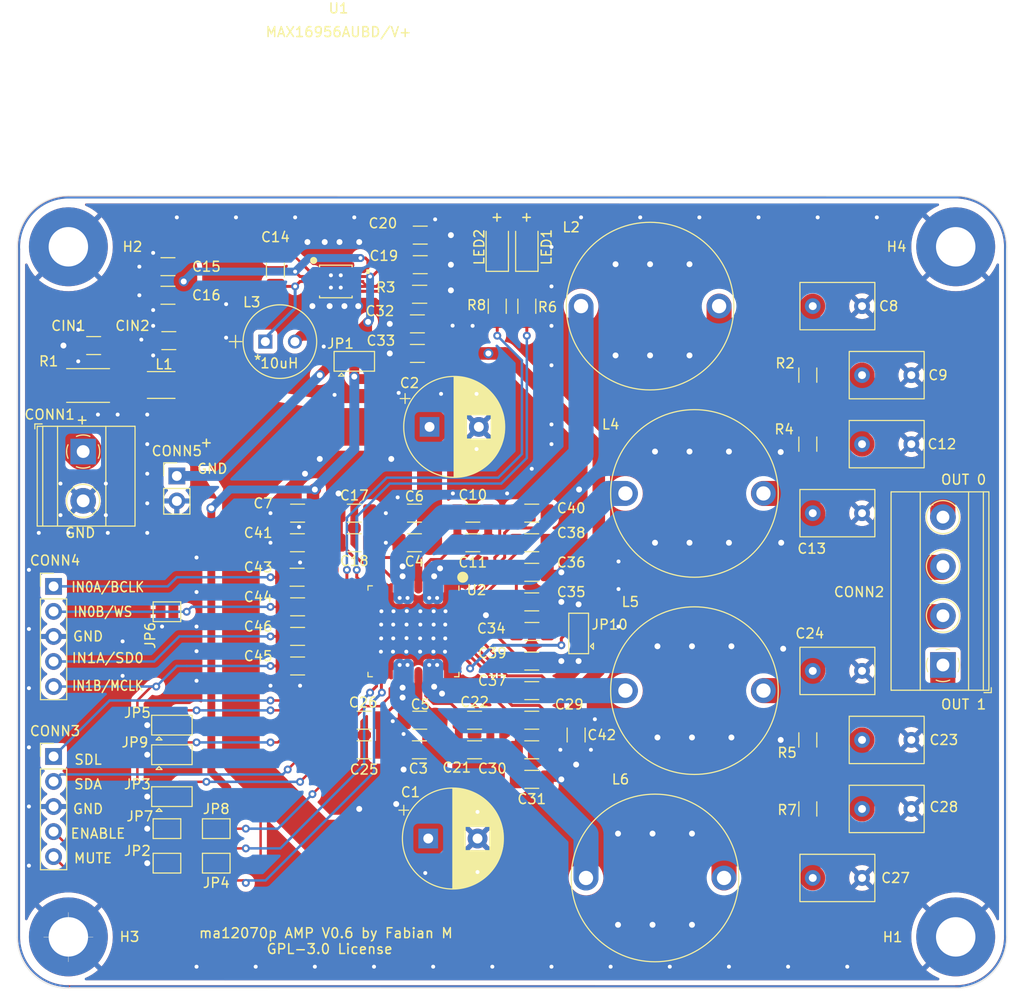
<source format=kicad_pcb>
(kicad_pcb (version 20211014) (generator pcbnew)
  (layers (0 "F.Cu" signal) (31 "B.Cu" signal) (34 "B.Paste" user) (35 "F.Paste" user) (36 "B.SilkS" user "B.Silkscreen") (37 "F.SilkS" user "F.Silkscreen") (38 "B.Mask" user) (39 "F.Mask" user) (44 "Edge.Cuts" user))
  (net 0 "")
  (net 1 "GND")
  (net 2 "Net-(C8-Pad1)")
  (net 3 "Net-(C9-Pad2)")
  (net 4 "Net-(C10-Pad1)")
  (net 5 "Net-(C10-Pad2)")
  (net 6 "Net-(C12-Pad1)")
  (net 7 "Net-(C13-Pad1)")
  (net 8 "Net-(C14-Pad1)")
  (net 9 "Net-(C14-Pad2)")
  (net 10 "Net-(C17-Pad1)")
  (net 11 "AD1")
  (net 12 "AD0")
  (net 13 "OUT0B")
  (net 14 "OUT0A")
  (net 15 "OUT1A")
  (net 16 "OUT1B")
  (net 17 "Net-(C23-Pad1)")
  (net 18 "Net-(C24-Pad2)")
  (net 19 "Net-(C29-Pad1)")
  (net 20 "ENABLE")
  (net 21 "MUTE")
  (net 22 "SDL")
  (net 23 "SDA")
  (net 24 "Net-(C29-Pad2)")
  (net 25 "Net-(C34-Pad1)")
  (net 26 "Net-(C35-Pad1)")
  (net 27 "Net-(C17-Pad2)")
  (net 28 "Net-(R3-Pad2)")
  (net 29 "Net-(CIN1-Pad2)")
  (net 30 "PVDD")
  (net 31 "Net-(C21-Pad1)")
  (net 32 "VDD")
  (net 33 "Ext_supply_5V")
  (net 34 "IN0A")
  (net 35 "Net-(C39-Pad1)")
  (net 36 "IN0B")
  (net 37 "IC_5V")
  (net 38 "Net-(C40-Pad1)")
  (net 39 "IN1B")
  (net 40 "IN1A")
  (net 41 "Net-(C21-Pad2)")
  (net 42 "ERR")
  (net 43 "CLIP")
  (net 44 "Net-(CONN1-Pad1)")
  (net 45 "CLKMS")
  (net 46 "CLKIO")
  (net 47 "Net-(LED1-Pad1)")
  (net 48 "Net-(LED2-Pad1)")
  (net 49 "Net-(C25-Pad1)")
  (net 50 "Net-(C25-Pad2)")
  (net 51 "Net-(C27-Pad1)")
  (net 52 "Net-(C28-Pad1)")
  (net 53 "Net-(C34-Pad2)")
  (net 54 "Net-(C37-Pad2)")
  (net 55 "Net-(C38-Pad2)")
  (net 56 "Net-(C40-Pad2)")
  (net 57 "Net-(C41-Pad1)")
  (net 58 "Net-(C43-Pad1)")
  (net 59 "Net-(C44-Pad1)")
  (net 60 "Net-(C45-Pad1)")
  (net 61 "Net-(C46-Pad2)")
  (net 62 "Net-(C19-Pad1)")
  (net 66 "MSEL0")
  (footprint "Jumper:SolderJumper-3_P1.3mm_Open_Pad1.0x1.5mm" (layer "F.Cu") (at 166.7575 88.2 90)
    (fp_text reference "JP10")
    (fp_text value "SolderJumper_3_Open")
  )
  (footprint "Capacitor_TH_TDK:C_Rect_L7.3_W4.5_P5.0" (layer "F.Cu") (at 190.5 113)
    (fp_text reference "C27")
    (fp_text value "1uF")
  )
  (footprint "Jumper:SolderJumper-2_P1.3mm_Open_Pad1.0x1.5mm" (layer "F.Cu") (at 130 111.5 180)
    (fp_text reference "JP4")
    (fp_text value "SolderJumper_2_Open")
  )
  (footprint "Capacitor_SMD:C_1206_3216Metric_Pad1.33x1.80mm_HandSolder" (layer "F.Cu") (at 138.25 76 180)
    (fp_text reference "C7")
    (fp_text value "1uF")
  )
  (footprint "Capacitor_SMD:C_1206_3216Metric_Pad1.33x1.80mm_HandSolder" (layer "F.Cu") (at 162 97)
    (fp_text reference "C29")
    (fp_text value "1uF")
  )
  (footprint "Connector_PinHeader_2.54mm:PinHeader_1x05_P2.54mm_Vertical" (layer "F.Cu") (at 113.5 83.425)
    (fp_text reference "CONN4")
    (fp_text value "Conn_01x05")
  )
  (footprint "Capacitor_SMD:C_1206_3216Metric_Pad1.33x1.80mm_HandSolder" (layer "F.Cu") (at 125.1875 58.5)
    (fp_text reference "CIN2")
    (fp_text value "0.022uF")
  )
  (footprint "Capacitor_SMD:C_1206_3216Metric_Pad1.33x1.80mm_HandSolder" (layer "F.Cu") (at 162 82 180)
    (fp_text reference "C36")
    (fp_text value "0.1uF")
  )
  (footprint "Capacitor_SMD:C_1206_3216Metric_Pad1.33x1.80mm_HandSolder" (layer "F.Cu") (at 156.02 76)
    (fp_text reference "C10")
    (fp_text value "10uF")
  )
  (footprint "Capacitor_SMD:C_1206_3216Metric_Pad1.33x1.80mm_HandSolder" (layer "F.Cu") (at 144 79 180)
    (fp_text reference "C18")
    (fp_text value "10uF")
  )
  (footprint "Capacitor_SMD:C_1206_3216Metric_Pad1.33x1.80mm_HandSolder" (layer "F.Cu") (at 162 76)
    (fp_text reference "C40")
    (fp_text value "0.1uF")
  )
  (footprint "Capacitor_SMD:C_1206_3216Metric_Pad1.33x1.80mm_HandSolder" (layer "F.Cu") (at 150.1 79 180)
    (fp_text reference "C4")
    (fp_text value "0.1uF")
  )
  (footprint "Capacitor_SMD:C_1206_3216Metric_Pad1.33x1.80mm_HandSolder" (layer "F.Cu") (at 125.1 53.9 180)
    (fp_text reference "C16")
    (fp_text value "0.1uF")
  )
  (footprint "Capacitor_SMD:C_1206_3216Metric_Pad1.33x1.80mm_HandSolder" (layer "F.Cu") (at 156.2 100)
    (fp_text reference "C21")
    (fp_text value "10uF")
  )
  (footprint "Capacitor_SMD:C_1206_3216Metric_Pad1.33x1.80mm_HandSolder" (layer "F.Cu") (at 150.690645 47.8)
    (fp_text reference "C20")
    (fp_text value "22uF")
  )
  (footprint "Connector_PinHeader_2.54mm:PinHeader_1x05_P2.54mm_Vertical" (layer "F.Cu") (at 113.5 100.675)
    (fp_text reference "CONN3")
    (fp_text value "Conn_01x05")
  )
  (footprint "TerminalBlock_Phoenix:TerminalBlock_Phoenix_MKDS-1,5-4_1x04_P5.00mm_Horizontal" (layer "F.Cu") (at 203.705 91.4 90)
    (fp_text reference "CONN2")
    (fp_text value "Screw_Terminal_01x04")
  )
  (footprint "Inductor_Murata_TH:L_Radial_TH_Murata_D16.9_P14.0" (layer "F.Cu") (at 174 55 180)
    (fp_text reference "L2")
    (fp_text value "6.8uH")
  )
  (footprint "Capacitor_TH_TDK:C_Rect_L7.3_W4.5_P5.0" (layer "F.Cu") (at 195.5 99)
    (fp_text reference "C23")
    (fp_text value "1uF")
  )
  (footprint "Capacitor_SMD:C_1206_3216Metric_Pad1.33x1.80mm_HandSolder" (layer "F.Cu") (at 166.5 98.5 -90)
    (fp_text reference "C42")
    (fp_text value "1uF")
  )
  (footprint "Capacitor_SMD:C_1206_3216Metric_Pad1.33x1.80mm_HandSolder" (layer "F.Cu") (at 162.02 88)
    (fp_text reference "C34")
    (fp_text value "1uF")
  )
  (footprint "Capacitor_SMD:C_1206_3216Metric_Pad1.33x1.80mm_HandSolder" (layer "F.Cu") (at 125.1 51 180)
    (fp_text reference "C15")
    (fp_text value "4,7uF")
  )
  (footprint "Capacitor_SMD:C_1206_3216Metric_Pad1.33x1.80mm_HandSolder" (layer "F.Cu") (at 145 100 180)
    (fp_text reference "C25")
    (fp_text value "10uF")
  )
  (footprint "Capacitor_SMD:C_1206_3216Metric_Pad1.33x1.80mm_HandSolder" (layer "F.Cu") (at 150.4 56.8)
    (fp_text reference "C32")
    (fp_text value "10uF")
  )
  (footprint "Connector_PinHeader_2.54mm:PinHeader_1x02_P2.54mm_Vertical" (layer "F.Cu") (at 126 72.225)
    (fp_text reference "CONN5")
    (fp_text value "Conn_01x02")
  )
  (footprint "Inductor_Murata_TH:L_Radial_TH_Murata_D16.9_P14.0" (layer "F.Cu") (at 178.5 74 180)
    (fp_text reference "L4")
    (fp_text value "6.8uH")
  )
  (footprint "MountingHole:MountingHole_4mm_Pad" (layer "F.Cu") (at 115 48.981262)
    (fp_text reference "H2")
    (fp_text value "MountingHole_Pad")
  )
  (footprint "Capacitor_TH_TDK:C_Rect_L7.3_W4.5_P5.0" (layer "F.Cu") (at 195.5 69)
    (fp_text reference "C12")
    (fp_text value "1uF")
  )
  (footprint "Capacitor_SMD:C_1206_3216Metric_Pad1.33x1.80mm_HandSolder" (layer "F.Cu") (at 144 76 180)
    (fp_text reference "C17")
    (fp_text value "10uF")
  )
  (footprint "Capacitor_SMD:C_1206_3216Metric_Pad1.33x1.80mm_HandSolder" (layer "F.Cu") (at 150.690645 50.8)
    (fp_text reference "C19")
    (fp_text value "1uF")
  )
  (footprint "Resistor_SMD:R_1206_3216Metric_Pad1.30x1.75mm_HandSolder" (layer "F.Cu") (at 190 106 90)
    (fp_text reference "R7")
    (fp_text value "3.6")
  )
  (footprint "MountingHole:MountingHole_4mm_Pad" (layer "F.Cu") (at 205 48.981262)
    (fp_text reference "H4")
    (fp_text value "MountingHole_Pad")
  )
  (footprint "Capacitor_SMD:C_1206_3216Metric_Pad1.33x1.80mm_HandSolder" (layer "F.Cu") (at 162 94 180)
    (fp_text reference "C37")
    (fp_text value "1uF")
  )
  (footprint "Capacitor_SMD:C_1206_3216Metric_Pad1.33x1.80mm_HandSolder" (layer "F.Cu") (at 145 97 180)
    (fp_text reference "C26")
    (fp_text value "10uF")
  )
  (footprint "Capacitor_SMD:C_1206_3216Metric_Pad1.33x1.80mm_HandSolder" (layer "F.Cu") (at 162 100)
    (fp_text reference "C30")
    (fp_text value "1uF")
  )
  (footprint "Capacitor_SMD:C_1206_3216Metric_Pad1.33x1.80mm_HandSolder" (layer "F.Cu") (at 138.25 91.5)
    (fp_text reference "C45")
    (fp_text value "1uF")
  )
  (footprint "Jumper:SolderJumper-2_P1.3mm_Open_Pad1.0x1.5mm" (layer "F.Cu") (at 125 111.5)
    (fp_text reference "JP2")
    (fp_text value "SolderJumper_2_Open")
  )
  (footprint "Jumper:SolderJumper-3_P1.3mm_Open_Pad1.0x1.5mm" (layer "F.Cu") (at 125.5 104.75)
    (fp_text reference "JP3")
    (fp_text value "SolderJumper_3_Open")
  )
  (footprint "Capacitor_TH_TDK:C_Rect_L7.3_W4.5_P5.0" (layer "F.Cu") (at 190.55 55)
    (fp_text reference "C8")
    (fp_text value "1uF")
  )
  (footprint "Resistor_SMD:R_1206_3216Metric_Pad1.30x1.75mm_HandSolder" (layer "F.Cu") (at 158.5 55.0125 90)
    (fp_text reference "R8")
    (fp_text value "2k")
  )
  (footprint "Capacitor_SMD:C_1206_3216Metric_Pad1.33x1.80mm_HandSolder" (layer "F.Cu") (at 138.25 85.5)
    (fp_text reference "C44")
    (fp_text value "1uF")
  )
  (footprint "Capacitor_SMD:C_1206_3216Metric_Pad1.33x1.80mm_HandSolder" (layer "F.Cu") (at 162 103 180)
    (fp_text reference "C31")
    (fp_text value "0.1uF")
  )
  (footprint "Jumper:SolderJumper-3_P1.3mm_Open_Pad1.0x1.5mm" (layer "F.Cu") (at 125.5 97.5)
    (fp_text reference "JP5")
    (fp_text value "SolderJumper_3_Open")
  )
  (footprint "Capacitor_SMD:C_1206_3216Metric_Pad1.33x1.80mm_HandSolder" (layer "F.Cu") (at 150.1 76 180)
    (fp_text reference "C6")
    (fp_text value "1uF")
  )
  (footprint "Capacitor_THT:CP_Radial_D10.0mm_P5.00mm" (layer "F.Cu") (at 151.632323 67.25)
    (fp_text reference "C2")
    (fp_text value "100uF")
  )
  (footprint "Capacitor_SMD:C_1206_3216Metric_Pad1.33x1.80mm_HandSolder" (layer "F.Cu") (at 162 85)
    (fp_text reference "C35")
    (fp_text value "1uF")
  )
  (footprint "Capacitor_SMD:C_1206_3216Metric_Pad1.33x1.80mm_HandSolder" (layer "F.Cu") (at 150.6375 97 180)
    (fp_text reference "C5")
    (fp_text value "0.1uF")
  )
  (footprint "Capacitor_SMD:C_1206_3216Metric_Pad1.33x1.80mm_HandSolder" (layer "F.Cu") (at 117.5625 59)
    (fp_text reference "CIN1")
    (fp_text value "0.022uF")
  )
  (footprint "Inductor_SMD:L_2010_5025Metric_Pad1.52x2.65mm_HandSolder" (layer "F.Cu") (at 124.4125 63)
    (fp_text reference "L1")
    (fp_text value "47")
  )
  (footprint "Resistor_SMD:R_1206_3216Metric_Pad1.30x1.75mm_HandSolder" (layer "F.Cu") (at 190 69 -90)
    (fp_text reference "R4")
    (fp_text value "3.6")
  )
  (footprint "Inductor_Murata_TH:L_Radial_TH_Murata_D16.9_P14.0" (layer "F.Cu") (at 174.5 113 180)
    (fp_text reference "L6")
    (fp_text value "6.8uH")
  )
  (footprint "Capacitor_TH_TDK:C_Rect_L7.3_W4.5_P5.0" (layer "F.Cu") (at 195.5 92 180)
    (fp_text reference "C24")
    (fp_text value "0.47uF")
  )
  (footprint "MountingHole:MountingHole_4mm_Pad" (layer "F.Cu") (at 115 118.975016)
    (fp_text reference "H3")
    (fp_text value "MountingHole_Pad")
  )
  (footprint "Capacitor_THT:CP_Radial_D10.0mm_P5.00mm" (layer "F.Cu") (at 151.5 109)
    (fp_text reference "C1")
    (fp_text value "100uF")
  )
  (footprint "Resistor_SMD:R_1206_3216Metric_Pad1.30x1.75mm_HandSolder" (layer "F.Cu") (at 190 99 -90)
    (fp_text reference "R5")
    (fp_text value "3.6")
  )
  (footprint "Jumper:SolderJumper-2_P1.3mm_Open_Pad1.0x1.5mm" (layer "F.Cu") (at 130 108 180)
    (fp_text reference "JP8")
    (fp_text value "SolderJumper_2_Open")
  )
  (footprint "Resistor_SMD:R_1206_3216Metric_Pad1.30x1.75mm_HandSolder" (layer "F.Cu") (at 150.628145 53.8 180)
    (fp_text reference "R3")
    (fp_text value "4.7k")
  )
  (footprint "Jumper:SolderJumper-2_P1.3mm_Open_Pad1.0x1.5mm" (layer "F.Cu") (at 125 86)
    (fp_text reference "JP6")
    (fp_text value "SolderJumper_2_Open")
  )
  (footprint "Inductor_Murata_TH:L_Radial_TH_Murata_D16.9_P14.0" (layer "F.Cu") (at 178.5 94 180)
    (fp_text reference "L5")
    (fp_text value "6.8uH")
  )
  (footprint "Capacitor_SMD:C_1206_3216Metric_Pad1.33x1.80mm_HandSolder" (layer "F.Cu") (at 138.2 82.5)
    (fp_text reference "C43")
    (fp_text value "1uF")
  )
  (footprint "Capacitor_TH_TDK:C_Rect_L7.3_W4.5_P5.0" (layer "F.Cu") (at 200.5 62 180)
    (fp_text reference "C9")
    (fp_text value "0.47uF")
  )
  (footprint "Capacitor_SMD:C_1206_3216Metric_Pad1.33x1.80mm_HandSolder" (layer "F.Cu") (at 150.4 59.8)
    (fp_text reference "C33")
    (fp_text value "10uF")
  )
  (footprint "Capacitor_TH_TDK:C_Rect_L7.3_W4.5_P5.0" (layer "F.Cu") (at 195.5 106)
    (fp_text reference "C28")
    (fp_text value "0.47uF")
  )
  (footprint "MountingHole:MountingHole_4mm_Pad" (layer "F.Cu") (at 205 118.975016)
    (fp_text reference "H1")
    (fp_text value "MountingHole_Pad")
  )
  (footprint "Capacitor_SMD:C_1206_3216Metric_Pad1.33x1.80mm_HandSolder" (layer "F.Cu") (at 156.2 97)
    (fp_text reference "C22")
    (fp_text value "10uF")
  )
  (footprint "Capacitor_SMD:C_1206_3216Metric_Pad1.33x1.80mm_HandSolder" (layer "F.Cu") (at 162 79 180)
    (fp_text reference "C38")
    (fp_text value "1uF")
  )
  (footprint "Inductor_TH_Bourns:RLB0712-100KL" (layer "F.Cu") (at 136.47777 58.52527)
    (fp_text reference "L3")
    (fp_text value "10uH")
  )
  (footprint "Capacitor_SMD:C_1206_3216Metric_Pad1.33x1.80mm_HandSolder" (layer "F.Cu") (at 156.02 79)
    (fp_text reference "C11")
    (fp_text value "10uF")
  )
  (footprint "Capacitor_SMD:C_1206_3216Metric_Pad1.33x1.80mm_HandSolder" (layer "F.Cu") (at 138.23 79 180)
    (fp_text reference "C41")
    (fp_text value "1uF")
  )
  (footprint "Capacitor_SMD:C_1206_3216Metric_Pad1.33x1.80mm_HandSolder" (layer "F.Cu") (at 162 91)
    (fp_text reference "C39")
    (fp_text value "1uF")
  )
  (footprint "LED_SMD:LED_1206_3216Metric_Pad1.42x1.75mm_HandSolder" (layer "F.Cu") (at 161.5 49.0125 90)
    (fp_text reference "LED1")
    (fp_text value "LED")
  )
  (footprint "LED_SMD:LED_1206_3216Metric_Pad1.42x1.75mm_HandSolder" (layer "F.Cu") (at 158.5 49.0125 90)
    (fp_text reference "LED2")
    (fp_text value "LED")
  )
  (footprint "Resistor_SMD:R_1206_3216Metric_Pad1.30x1.75mm_HandSolder" (layer "F.Cu") (at 161.5 55.0125 90)
    (fp_text reference "R6")
    (fp_text value "2k")
  )
  (footprint "Capacitor_SMD:C_1206_3216Metric_Pad1.33x1.80mm_HandSolder" (layer "F.Cu") (at 138.25 88.5 180)
    (fp_text reference "C46")
    (fp_text value "1uF")
  )
  (footprint "Jumper:SolderJumper-3_P1.3mm_Open_Pad1.0x1.5mm" (layer "F.Cu") (at 144 60.6)
    (fp_text reference "JP1")
    (fp_text value "SolderJumper_3_Open")
  )
  (footprint "max_16956:MAX16956AUBD&slash_V&plus_" (layer "F.Cu") (at 142.128145 52.5)
    (fp_text reference "U1")
    (fp_text value "MAX16956AUBD/V+")
  )
  (footprint "Capacitor_TH_TDK:C_Rect_L7.3_W4.5_P5.0" (layer "F.Cu") (at 190.5 76)
    (fp_text reference "C13")
    (fp_text value "0.47uF")
  )
  (footprint "Resistor_SMD:R_2512_6332Metric_Pad1.40x3.35mm_HandSolder" (layer "F.Cu") (at 117 63.05)
    (fp_text reference "R1")
    (fp_text value "0.1R")
  )
  (footprint "Package_DFN_QFN:QFN-64-1EP_9x9mm_P0.5mm_EP5.45x5.45mm" (layer "F.Cu") (at 150 87.98 -90)
    (fp_text reference "U2")
    (fp_text value "MA12070P")
  )
  (footprint "Jumper:SolderJumper-2_P1.3mm_Open_Pad1.0x1.5mm" (layer "F.Cu") (at 125 108)
    (fp_text reference "JP7")
    (fp_text value "SolderJumper_2_Open")
  )
  (footprint "Capacitor_SMD:C_1206_3216Metric_Pad1.33x1.80mm_HandSolder" (layer "F.Cu") (at 150.6 100 180)
    (fp_text reference "C3")
    (fp_text value "1uF")
  )
  (footprint "Capacitor_SMD:C_1206_3216Metric_Pad1.33x1.80mm_HandSolder" (layer "F.Cu") (at 136 51.3375 -90)
    (fp_text reference "C14")
    (fp_text value "0.1uF")
  )
  (footprint "Jumper:SolderJumper-3_P1.3mm_Open_Pad1.0x1.5mm" (layer "F.Cu") (at 125.5 100.5)
    (fp_text reference "JP9")
    (fp_text value "SolderJumper_3_Open")
  )
  (footprint "TerminalBlock_Phoenix:TerminalBlock_Phoenix_MKDS-1,5-2_1x02_P5.00mm_Horizontal" (layer "F.Cu") (at 116.5 69.75 -90)
    (fp_text reference "CONN1")
    (fp_text value "Screw_Terminal_01x02")
  )
  (footprint "Resistor_SMD:R_1206_3216Metric_Pad1.30x1.75mm_HandSolder" (layer "F.Cu") (at 190 62 90)
    (fp_text reference "R2")
    (fp_text value "3.6")
  )
  (gr_line (start 110 49.231262) (end 110.000062 119) (layer "F.Cu") (width 0.2))
  (gr_arc (start 210 118.975016) (mid 208.535534 122.51055) (end 205 123.975016) (layer "F.Cu") (width 0.2))
  (gr_line (start 205 43.981262) (end 115 43.975016) (layer "F.Cu") (width 0.2))
  (gr_arc (start 110 49.231262) (mid 111.372738 45.530832) (end 115 43.975016) (layer "F.Cu") (width 0.2))
  (gr_line (start 115 123.975016) (end 205.25 123.981262) (layer "F.Cu") (width 0.2))
  (gr_line (start 210 118.975016) (end 209.994341 49.219088) (layer "F.Cu") (width 0.2))
  (gr_arc (start 205 43.981262) (mid 208.618641 45.530837) (end 209.994341 49.219088) (layer "F.Cu") (width 0.2))
  (gr_arc (start 115 123.975016) (mid 111.469672 122.523029) (end 110.000062 119) (layer "F.Cu") (width 0.2))
  (gr_arc (start 205 43.981262) (mid 208.627262 45.537078) (end 210 49.237508) (layer "B.Cu") (width 0.2))
  (gr_line (start 210 118.731262) (end 210 49.237508) (layer "B.Cu") (width 0.2))
  (gr_line (start 110.005659 49.225334) (end 110 118.981262) (layer "B.Cu") (width 0.2))
  (gr_arc (start 115 123.981262) (mid 111.464466 122.516796) (end 110 118.981262) (layer "B.Cu") (width 0.2))
  (gr_line (start 115.25 123.987508) (end 205.5 123.987508) (layer "B.Cu") (width 0.2))
  (gr_arc (start 110.005659 49.225334) (mid 111.381359 45.537083) (end 115 43.987508) (layer "B.Cu") (width 0.2))
  (gr_line (start 115 43.987508) (end 205 43.981262) (layer "B.Cu") (width 0.2))
  (gr_arc (start 210 118.731262) (mid 208.712311 122.340019) (end 205.25 123.981262) (layer "B.Cu") (width 0.2))
  (gr_circle (center 155 82.5) (end 155.5 82.5) (layer "F.SilkS") (width 0.12) (fill solid))
  (gr_circle (center 139.878145 50.371855) (end 139.578145 50.371855) (layer "F.SilkS") (width 0.12) (fill solid))
  (gr_arc (start 115 124.2) (mid 111.323045 122.676955) (end 109.8 119) (layer "Edge.Cuts") (width 0.05))
  (gr_arc (start 210.193753 118.993754) (mid 208.674748 122.670332) (end 205 124.193757) (layer "Edge.Cuts") (width 0.05))
  (gr_arc (start 109.8 49) (mid 111.323045 45.323045) (end 115 43.8) (layer "Edge.Cuts") (width 0.05))
  (gr_arc (start 205 43.806246) (mid 208.672539 45.327461) (end 210.193754 49) (layer "Edge.Cuts") (width 0.05))
  (gr_line (start 210.193754 49) (end 210.193753 118.993754) (layer "Edge.Cuts") (width 0.05))
  (gr_line (start 115 43.8) (end 205 43.806246) (layer "Edge.Cuts") (width 0.05))
  (gr_line (start 109.8 119) (end 109.8 49) (layer "Edge.Cuts") (width 0.05))
  (gr_line (start 205 124.193757) (end 115 124.2) (layer "Edge.Cuts") (width 0.05))
  (gr_text "IN1A/SD0\n\n" (at 119 91.5) (layer "F.SilkS") (effects (font (size 1 1))))
  (gr_text "+" (at 129 68.8) (layer "F.SilkS") (effects (font (size 1 1))))
  (gr_text "OUT 1\n" (at 205.8 95.4) (layer "F.SilkS") (effects (font (size 1 1))))
  (gr_text "GND\n" (at 117 88.5) (layer "F.SilkS") (effects (font (size 1 1))))
  (gr_text "+\n" (at 161.4 46 90) (layer "F.SilkS") (effects (font (size 1 1))))
  (gr_text "IN0B/WS\n" (at 118.5 86) (layer "F.SilkS") (effects (font (size 1 0.9))))
  (gr_text "IN1B/MCLK" (at 119 93.5) (layer "F.SilkS") (effects (font (size 1 0.85))))
  (gr_text "GND" (at 117 106) (layer "F.SilkS") (effects (font (size 1 1))))
  (gr_text "MUTE" (at 117.5 111) (layer "F.SilkS") (effects (font (size 1 1))))
  (gr_text "+" (at 116.4 66.5) (layer "F.SilkS") (effects (font (size 1 1))))
  (gr_text "ma12070p AMP V0.6 by Fabian M \nGPL-3.0 License" (at 141.5 119.4) (layer "F.SilkS") (effects (font (size 1 1))))
  (gr_text "ENABLE\n" (at 118 108.5) (layer "F.SilkS") (effects (font (size 1 1))))
  (gr_text "SDL" (at 117 101) (layer "F.SilkS") (effects (font (size 1 1))))
  (gr_text "GND\n" (at 116.2 78) (layer "F.SilkS") (effects (font (size 1 1))))
  (gr_text "+\n" (at 158.4 46 90) (layer "F.SilkS") (effects (font (size 1 1))))
  (gr_text "SDA" (at 117 103.5) (layer "F.SilkS") (effects (font (size 1 1))))
  (gr_text "IN0A/BCLK\n" (at 119 83.5) (layer "F.SilkS") (effects (font (size 1 0.9))))
  (gr_text "GND\n" (at 129.6 71.5) (layer "F.SilkS") (effects (font (size 1 1))))
  (gr_text "OUT 0" (at 205.8 72.6) (layer "F.SilkS") (effects (font (size 1 1))))
  (target plus (at 115 119) (size 5) (width 0.05) (layer "Edge.Cuts"))
  (segment (start 136.6875 76) (end 135.5 76) (width 0.25) (layer "F.Cu") (net 1))
  (segment (start 149.0375 98.3625) (end 149 98.4) (width 0.5) (layer "F.Cu") (net 1))
  (segment (start 149.0375 97) (end 148 97) (width 0.5) (layer "F.Cu") (net 1))
  (segment (start 154.4375 86.73) (end 156.97 86.73) (width 0.3) (layer "F.Cu") (net 1))
  (segment (start 149.0375 97) (end 149.0375 98.3625) (width 0.5) (layer "F.Cu") (net 1))
  (segment (start 135.5 79) (end 136.6675 79) (width 0.25) (layer "F.Cu") (net 1))
  (segment (start 156.97 86.73) (end 157.35 86.35) (width 0.3) (layer "F.Cu") (net 1))
  (segment (start 148 97) (end 147.9 97.1) (width 0.5) (layer "F.Cu") (net 1))
  (segment (start 157.5 86.25) (end 157.25 86.25) (width 0.3) (layer "F.Cu") (net 1))
  (via (at 120 66) (size 0.8) (drill 0.4) (layers "F.Cu" "B.Cu") (net 1))
  (via (at 147.925 90.05) (size 0.8) (drill 0.4) (layers "F.Cu" "B.Cu") (net 1))
  (via (at 144.4 55) (size 1) (drill 0.6) (layers "F.Cu" "B.Cu") (net 1))
  (via (at 140.5 70.5) (size 1) (drill 0.6) (layers "F.Cu" "B.Cu") (net 1))
  (via (at 152.025 90.05) (size 0.8) (drill 0.4) (layers "F.Cu" "B.Cu") (net 1))
  (via (at 148.4 74.4) (size 0.8) (drill 0.4) (layers "F.Cu" "B.Cu") (net 1))
  (via (at 170.8 83.7) (size 0.8) (drill 0.4) (layers "F.Cu" "B.Cu") (net 1))
  (via (at 128 93) (size 0.8) (drill 0.4) (layers "F.Cu" "B.Cu") (net 1))
  (via (at 118.8 73) (size 0.8) (drill 0.4) (layers "F.Cu" "B.Cu") (net 1))
  (via (at 116 57.4) (size 0.8) (drill 0.4) (layers "F.Cu" "B.Cu") (net 1))
  (via (at 182.25 98.75) (size 1) (drill 0.6) (layers "F.Cu" "B.Cu") (net 1))
  (via (at 111 105.75) (size 0.8) (drill 0.4) (layers "F.Cu" "B.Cu") (net 1))
  (via (at 118 66) (size 0.8) (drill 0.4) (layers "F.Cu" "B.Cu") (net 1))
  (via (at 156 57) (size 0.8) (drill 0.4) (layers "F.Cu" "B.Cu") (net 1))
  (via (at 150.7 87.3) (size 0.8) (drill 0.4) (layers "F.Cu" "B.Cu") (net 1))
  (via (at 141 48.5) (size 1) (drill 0.6) (layers "F.Cu" "B.Cu") (net 1))
  (via (at 138.5 81) (size 0.8) (drill 0.4) (layers "F.Cu" "B.Cu") (net 1))
  (via (at 152.05 87.3) (size 0.8) (drill 0.4) (layers "F.Cu" "B.Cu") (net 1))
  (via (at 149 98.4) (size 0.8) (drill 0.4) (layers "F.Cu" "B.Cu") (net 1))
  (via (at 123 69) (size 0.8) (drill 0.4) (layers "F.Cu" "B.Cu") (net 1))
  (via (at 134 122) (size 0.8) (drill 0.4) (layers "F.Cu" "B.Cu") (net 1))
  (via (at 123 108) (size 1) (drill 0.6) (layers "F.Cu" "B.Cu") (net 1))
  (via (at 156.4 63.9) (size 0.8) (drill 0.4) (layers "F.Cu" "B.Cu") (net 1))
  (via (at 111 93.75) (size 0.8) (drill 0.4) (layers "F.Cu" "B.Cu") (net 1))
  (via (at 154 74) (size 0.8) (drill 0.4) (layers "F.Cu" "B.Cu") (net 1))
  (via (at 174.5 79) (size 1) (drill 0.6) (layers "F.Cu" "B.Cu") (net 1))
  (via (at 114.5 59) (size 1) (drill 0.6) (layers "F.Cu" "B.Cu") (net 1))
  (via (at 164 49) (size 0.8) (drill 0.4) (layers "F.Cu" "B.Cu") (net 1))
  (via (at 128 87.5) (size 0.8) (drill 0.4) (layers "F.Cu" "B.Cu") (net 1))
  (via (at 150.675 88.7) (size 0.8) (drill 0.4) (layers "F.Cu" "B.Cu") (net 1))
  (via (at 197 46) (size 0.8) (drill 0.4) (layers "F.Cu" "B.Cu") (net 1))
  (via (at 123 104.75) (size 1) (drill 0.6) (layers "F.Cu" "B.Cu") (net 1))
  (via (at 182 122) (size 0.8) (drill 0.4) (layers "F.Cu" "B.Cu") (net 1))
  (via (at 144.5 48.5) (size 1) (drill 0.6) (layers "F.Cu" "B.Cu") (net 1))
  (via (at 119 78) (size 0.8) (drill 0.4) (layers "F.Cu" "B.Cu") (net 1))
  (via (at 123 111.5) (size 1) (drill 0.6) (layers "F.Cu" "B.Cu") (net 1))
  (via (at 142.4 74) (size 1) (drill 0.6) (layers "F.Cu" "B.Cu") (net 1))
  (via (at 135.5 79) (size 0.8) (drill 0.4) (layers "F.Cu" "B.Cu") (net 1))
  (via (at 139.75 55) (size 1) (drill 0.6) (layers "F.Cu" "B.Cu") (net 1))
  (via (at 153.8 47.8) (size 1) (drill 0.6) (layers "F.Cu" "B.Cu") (net 1))
  (via (at 148.25 105.5) (size 1) (drill 0.6) (layers "F.Cu" "B.Cu") (net 1))
  (via (at 170.5 60) (size 1) (drill 0.6) (layers "F.Cu" "B.Cu") (net 1))
  (via (at 141.628145 51.871855) (size 0.8) (drill 0.4) (layers "F.Cu" "B.Cu") (net 1))
  (via (at 123.6 60) (size 0.8) (drill 0.4) (layers "F.Cu" "B.Cu") (net 1))
  (via (at 152 122) (size 0.8) (drill 0.4) (layers "F.Cu" "B.Cu") (net 1))
  (via (at 128 90) (size 0.8) (drill 0.4) (layers "F.Cu" "B.Cu") (net 1))
  (via (at 147.2 79) (size 0.8) (drill 0.4) (layers "F.Cu" "B.Cu") (net 1))
  (via (at 146.7 90.05) (size 0.8) (drill 0.4) (layers "F.Cu" "B.Cu") (net 1))
  (via (at 123 66) (size 0.8) (drill 0.4) (layers "F.Cu" "B.Cu") (net 1))
  (via (at 122.2 51) (size 0.8) (drill 0.4) (layers "F.Cu" "B.Cu") (net 1))
  (via (at 128 122) (size 0.8) (drill 0.4) (layers "F.Cu" "B.Cu") (net 1))
  (via (at 138.4 77.4) (size 0.8) (drill 0.4) (layers "F.Cu" "B.Cu") (net 1))
  (via (at 122.2 53.9) (size 0.8) (drill 0.4) (layers "F.Cu" "B.Cu") (net 1))
  (via (at 168.4 96.9) (size 0.8) (drill 0.4) (layers "F.Cu" "B.Cu") (net 1))
  (via (at 156.4 69.5) (size 0.8) (drill 0.4) (layers "F.Cu" "B.Cu") (net 1))
  (via (at 152.025 88.7) (size 0.8) (drill 0.4) (layers "F.Cu" "B.Cu") (net 1))
  (via (at 187.3 79) (size 1) (drill 0.6) (layers "F.Cu" "B.Cu") (net 1))
  (via (at 153.8 50.8) (size 1) (drill 0.6) (layers "F.Cu" "B.Cu") (net 1))
  (via (at 150.7 85.95) (size 0.8) (drill 0.4) (layers "F.Cu" "B.Cu") (net 1))
  (via (at 131 54.8) (size 0.8) (drill 0.4) (layers "F.Cu" "B.Cu") (net 1))
  (via (at 139 72) (size 1) (drill 0.6) (layers "F.Cu" "B.Cu") (net 1))
  (via (at 142.5 48.5) (size 1) (drill 0.6) (layers "F.Cu" "B.Cu") (net 1))
  (via (at 164 67) (size 0.8) (drill 0.4) (layers "F.Cu" "B.Cu") (net 1))
  (via (at 174 50.75) (size 1) (drill 0.6) (layers "F.Cu" "B.Cu") (net 1))
  (via (at 178.25 108.5) (size 1) (drill 0.6) (layers "F.Cu" "B.Cu") (net 1))
  (via (at 173 46) (size 0.8) (drill 0.4) (layers "F.Cu" "B.Cu") (net 1))
  (via (at 165 91) (size 1) (drill 0.6) (layers "F.Cu" "B.Cu") (net 1))
  (via (at 178 79) (size 1) (drill 0.6) (layers "F.Cu" "B.Cu") (net 1))
  (via (at 185 46) (size 0.8) (drill 0.4) (layers "F.Cu" "B.Cu") (net 1))
  (via (at 144 46) (size 0.8) (drill 0.4) (layers "F.Cu" "B.Cu") (net 1))
  (via (at 152.05 85.95) (size 0.8) (drill 0.4) (layers "F.Cu" "B.Cu") (net 1))
  (via (at 111 111.75) (size 0.8) (drill 0.4) (layers "F.Cu" "B.Cu") (net 1))
  (via (at 147.95 87.3) (size 0.8) (drill 0.4) (layers "F.Cu" "B.Cu") (net 1))
  (via (at 147.2 76) (size 0.8) (drill 0.4) (layers "F.Cu" "B.Cu") (net 1))
  (via (at 147.9 97.1) (size 0.8) (drill 0.4) (layers "F.Cu" "B.Cu") (net 1))
  (via (at 151.2 112.5) (size 0.8) (drill 0.4) (layers "F.Cu" "B.Cu") (net 1))
  (via (at 111 81.75) (size 0.8) (drill 0.4) (layers "F.Cu" "B.Cu") (net 1))
  (via (at 165 103) (size 1) (drill 0.6) (layers "F.Cu" "B.Cu") (net 1))
  (via (at 131 58.2) (size 0.8) (drill 0.4) (layers "F.Cu" "B.Cu") (net 1))
  (via (at 118.8 76.2) (size 0.8) (drill 0.4) (layers "F.Cu" "B.Cu") (net 1))
  (via (at 153.8 53.4) (size 1) (drill 0.6) (layers "F.Cu" "B.Cu") (net 1))
  (via (at 149.3 87.3) (size 0.8) (drill 0.4) (layers "F.Cu" "B.Cu") (net 1))
  (via (at 187.5 89.75) (size 1) (drill 0.6) (layers "F.Cu" "B.Cu") (net 1))
  (via (at 140 122) (size 0.8) (drill 0.4) (layers "F.Cu" "B.Cu") (net 1))
  (via (at 164.9 100) (size 0.8) (drill 0.4) (layers "F.Cu" "B.Cu") (net 1))
  (via (at 178.25 98.75) (size 1) (drill 0.6) (layers "F.Cu" "B.Cu") (net 1))
  (via (at 179 46) (size 0.8) (drill 0.4) (layers "F.Cu" "B.Cu") (net 1))
  (via (at 156.5 112.4) (size 0.8) (drill 0.4) (layers "F.Cu" "B.Cu") (net 1))
  (via (at 174.25 108.5) (size 1) (drill 0.6) (layers "F.Cu" "B.Cu") (net 1))
  (via (at 135.5 93.5) (size 0.8) (drill 0.4) (layers "F.Cu" "B.Cu") (net 1))
  (via (at 153.225 87.3) (size 0.8) (drill 0.4) (layers "F.Cu" "B.Cu") (net 1))
  (via (at 174.5 69.75) (size 1) (drill 0.6) (layers "F.Cu" "B.Cu") (net 1))
  (via (at 123 75) (size 0.8) (drill 0.4) (layers "F.Cu" "B.Cu") (net 1))
  (via (at 142.628145 53.121855) (size 0.8) (drill 0.4) (layers "F.Cu" "B.Cu") (net 1))
  (via (at 126 46) (size 0.8) (drill 0.4) (layers "F.Cu" "B.Cu") (net 1))
  (via (at 178 69.75) (size 1) (drill 0.6) (layers "F.Cu" "B.Cu") (net 1))
  (via (at 166.75 91) (size 1) (drill 0.6) (layers "F.Cu" "B.Cu") (net 1))
  (via (at 142 64) (size 0.8) (drill 0.4) (layers "F.Cu" "B.Cu") (net 1))
  (via (at 132 46) (size 0.8) (drill 0.4) (layers "F.Cu" "B.Cu") (net 1))
  (via (at 156.5 106.3) (size 0.8) (drill 0.4) (layers "F.Cu" "B.Cu") (net 1))
  (via (at 166.75 85.25) (size 1) (drill 0.6) (layers "F.Cu" "B.Cu") (net 1))
  (via (at 165 85) (size 1) (drill 0.6) (layers "F.Cu" "B.Cu") (net 1))
  (via (at 159.5 74) (size 0.8) (drill 0.4) (layers "F.Cu" "B.Cu") (net 1))
  (via (at 178.25 89.5) (size 1) (drill 0.6) (layers "F.Cu" "B.Cu") (net 1))
  (via (at 123 78) (size 0.8) (drill 0.4) (layers "F.Cu" "B.Cu") (net 1))
  (via (at 111 87.75) (size 0.8) (drill 0.4) (layers "F.Cu" "B.Cu") (net 1))
  (via (at 146.75 85.95) (size 0.8) (drill 0.4) (layers "F.Cu" "B.Cu") (net 1))
  (via (at 149 102) (size 1) (drill 0.6) (layers "F.Cu" "B.Cu") (net 1))
  (via (at 165 82) (size 1) (drill 0.6) (layers "F.Cu" "B.Cu") (net 1))
  (via (at 166.5 101.5) (size 1) (drill 0.6) (layers "F.Cu" "B.Cu") (net 1))
  (via (at 191 46) (size 0.8) (drill 0.4) (layers "F.Cu" "B.Cu") (net 1))
  (via (at 164 122) (size 0.8) (drill 0.4) (layers "F.Cu" "B.Cu") (net 1))
  (via (at 174.25 117.75) (size 1) (drill 0.6) (layers "F.Cu" "B.Cu") (net 1))
  (via (at 170.75 117.75) (size 1) (drill 0.6) (layers "F.Cu" "B.Cu") (net 1))
  (via (at 142.628145 51.871855) (size 0.8) (drill 0.4) (layers "F.Cu" "B.Cu") (net 1))
  (via (at 147.6 56.8) (size 1) (drill 0.6) (layers "F.Cu" "B.Cu") (net 1))
  (via (at 146.725 88.7) (size 0.8) (drill 0.4) (layers "F.Cu" "B.Cu") (net 1))
  (via (at 144.5 106) (size 1) (drill 0.6) (layers "F.Cu" "B.Cu") (net 1))
  (via (at 158 122) (size 0.8) (drill 0.4) (layers "F.Cu" "B.Cu") (net 1))
  (via (at 146 122) (size 0.8) (drill 0.4) (layers "F.Cu" "B.Cu") (net 1))
  (via (at 178 50.75) (size 1) (drill 0.6) (layers "F.Cu" "B.Cu") (net 1))
  (via (at 182 69.75) (size 1) (drill 0.6) (layers "F.Cu" "B.Cu") (net 1))
  (via (at 174 60) (size 1) (drill 0.6) (layers "F.Cu" "B.Cu") (net 1))
  (via (at 128 84) (size 0.8) (drill 0.4) (layers "F.Cu" "B.Cu") (net 1))
  (via (at 178.25 117.75) (size 1) (drill 0.6) (layers "F.Cu" "B.Cu") (net 1))
  (via (at 164 57) (size 0.8) (drill 0.4) (layers "F.Cu" "B.Cu") (net 1))
  (via (at 182.25 89.5) (size 1) (drill 0.6) (layers "F.Cu" "B.Cu") (net 1))
  (via (at 135.5 76) (size 0.8) (drill 0.4) (layers "F.Cu" "B.Cu") (net 1))
  (via (at 164 53) (size 0.8) (drill 0.4) (layers "F.Cu" "B.Cu") (net 1))
  (via (at 150.675 90.05) (size 0.8) (drill 0.4) (layers "F.Cu" "B.Cu") (net 1))
  (via (at 149.325 85.925) (size 0.8) (drill 0.4) (layers "F.Cu" "B.Cu") (net 1))
  (via (at 138 46) (size 0.8) (drill 0.4) (layers "F.Cu" "B.Cu") (net 1))
  (via (at 123.6 57) (size 0.8) (drill 0.4) (layers "F.Cu" "B.Cu") (net 1))
  (via (at 128 80.5) (size 0.8) (drill 0.4) (layers "F.Cu" "B.Cu") (net 1))
  (via (at 153.2 90.05) (size 0.8) (drill 0.4) (layers "F.Cu" "B.Cu") (net 1))
  (via (at 168 100) (size 0.8) (drill 0.4) (layers "F.Cu" "B.Cu") (net 1))
  (via (at 147.6 59.8) (size 1) (drill 0.6) (layers "F.Cu" "B.Cu") (net 1))
  (via (at 153.25 85.95) (size 0.8) (drill 0.4) (layers "F.Cu" "B.Cu") (net 1))
  (via (at 146.725 87.3) (size 0.8) (drill 0.4) (layers "F.Cu" "B.Cu") (net 1))
  (via (at 120.5 92.5) (size 0.8) (drill 0.4) (layers "F.Cu" "B.Cu") (net 1))
  (via (at 124.5 87.5) (size 0.8) (drill 0.4) (layers "F.Cu" "B.Cu") (net 1))
  (via (at 149.3 88.675) (size 0.8) (drill 0.4) (layers "F.Cu" "B.Cu") (net 1))
  (via (at 182 79) (size 1) (drill 0.6) (layers "F.Cu" "B.Cu") (net 1))
  (via (at 149.275 90.05) (size 0.8) (drill 0.4) (layers "F.Cu" "B.Cu") (net 1))
  (via (at 170 122) (size 0.8) (drill 0.4) (layers "F.Cu" "B.Cu") (net 1))
  (via (at 115 78) (size 0.8) (drill 0.4) (layers "F.Cu" "B.Cu") (net 1))
  (via (at 178 60) (size 1) (drill 0.6) (layers "F.Cu" "B.Cu") (net 1))
  (via (at 116 60.6) (size 0.8) (drill 0.4) (layers "F.Cu" "B.Cu") (net 1))
  (via (at 141.628145 53.121855) (size 0.8) (drill 0.4) (layers "F.Cu" "B.Cu") (net 1))
  (via (at 122.4 58.4) (size 0.8) (drill 0.4) (layers "F.Cu" "B.Cu") (net 1))
  (via (at 174.75 98.75) (size 1) (drill 0.6) (layers "F.Cu" "B.Cu") (net 1))
  (via (at 147.75 70.5) (size 1) (drill 0.6) (layers "F.Cu" "B.Cu") (net 1))
  (via (at 176 122) (size 0.8) (drill 0.4) (layers "F.Cu" "B.Cu") (net 1))
  (via (at 164 61) (size 0.8) (drill 0.4) (layers "F.Cu" "B.Cu") (net 1))
  (via (at 167 46) (size 0.8) (drill 0.4) (layers "F.Cu" "B.Cu") (net 1))
  (via (at 112 78) (size 0.8) (drill 0.4) (layers "F.Cu" "B.Cu") (net 1))
  (via (at 123 100.5) (size 1) (drill 0.6) (layers "F.Cu" "B.Cu") (net 1))
  (via (at 152.2 46.2) (size 0.8) (drill 0.4) (layers "F.Cu" "B.Cu") (net 1))
  (via (at 187.25 69.8) (size 1) (drill 0.6) (layers "F.Cu" "B.Cu") (net 1))
  (via (at 157.35 86.35) (size 1) (drill 0.6) (layers "F.Cu" "B.Cu") (net 1))
  (via (at 111 99.75) (size 0.8) (drill 0.4) (layers "F.Cu" "B.Cu") (net 1))
  (via (at 123 72) (size 0.8) (drill 0.4) (layers "F.Cu" "B.Cu") (net 1))
  (via (at 139.25 48.5) (size 1) (drill 0.6) (layers "F.Cu" "B.Cu") (net 1))
  (via (at 147.95 88.7) (size 0.8) (drill 0.4) (layers "F.Cu" "B.Cu") (net 1))
  (via (at 170.5 50.75) (size 1) (drill 0.6) (layers "F.Cu" "B.Cu") (net 1))
  (via (at 194 122) (size 0.8) (drill 0.4) (layers "F.Cu" "B.Cu") (net 1))
  (via (at 187.25 99) (size 1) (drill 0.6) (layers "F.Cu" "B.Cu") (net 1))
  (via (at 170.8 87.5) (size 0.8) (drill 0.4) (layers "F.Cu" "B.Cu") (net 1))
  (via (at 114.2 76.2) (size 0.8) (drill 0.4) (layers "F.Cu" "B.Cu") (net 1))
  (via (at 166.8 73.6) (size 1) (drill 0.6) (layers "F.Cu" "B.Cu") (net 1))
  (via (at 153.225 88.7) (size 0.8) (drill 0.4) (layers "F.Cu" "B.Cu") (net 1))
  (via (at 120.5 89) (size 0.8) (drill 0.4) (layers "F.Cu" "B.Cu") (net 1))
  (via (at 170.75 108.5) (size 1) (drill 0.6) (layers "F.Cu" "B.Cu") (net 1))
  (via (at 141.5 55) (size 1) (drill 0.6) (layers "F.Cu" "B.Cu") (net 1))
  (via (at 164 69) (size 0.8) (drill 0.4) (layers "F.Cu" "B.Cu") (net 1))
  (via (at 140.9 59.1) (size 0.8) (drill 0.4) (layers "F.Cu" "B.Cu") (net 1))
  (via (at 138.5 93.5) (size 0.8) (drill 0.4) (layers "F.Cu" "B.Cu") (net 1))
  (via (at 123 97.5) (size 1) (drill 0.6) (layers "F.Cu" "B.Cu") (net 1))
  (via (at 152.8 63.9) (size 0.8) (drill 0.4) (layers "F.Cu" "B.Cu") (net 1))
  (via (at 143 55) (size 1) (drill 0.6) (layers "F.Cu" "B.Cu") (net 1))
  (via (at 162 71.5) (size 0.8) (drill 0.4) (layers "F.Cu" "B.Cu") (net 1))
  (via (at 123.6 55.4) (size 0.8) (drill 0.4) (layers "F.Cu" "B.Cu") (net 1))
  (via (at 123.6 49.6) (size 0.8) (drill 0.4) (layers "F.Cu" "B.Cu") (net 1))
  (via (at 147.975 85.95) (size 0.8) (drill 0.4) (layers "F.Cu" "B.Cu") (net 1))
  (via (at 153.971343 56.97982) (size 0.8) (drill 0.4) (layers "F.Cu" "B.Cu") (net 1))
  (via (at 148.5 63.8) (size 0.8) (drill 0.4) (layers "F.Cu" "B.Cu") (net 1))
  (via (at 170.8 80.9) (size 0.8) (drill 0.4) (layers "F.Cu" "B.Cu") (net 1))
  (via (at 114.2 73) (size 0.8) (drill 0.4) (layers "F.Cu" "B.Cu") (net 1))
  (via (at 188 122) (size 0.8) (drill 0.4) (layers "F.Cu" "B.Cu") (net 1))
  (via (at 174.75 89.5) (size 1) (drill 0.6) (layers "F.Cu" "B.Cu") (net 1))
  (segment (start 190 55.5) (end 190.5 55) (width 2.54) (layer "F.Cu") (net 2))
  (segment (start 190 60.45) (end 190 55.5) (width 2.54) (layer "F.Cu") (net 2))
  (segment (start 181 55) (end 181 57) (width 2.54) (layer "F.Cu") (net 3))
  (segment (start 203.695 76.39) (end 203.705 76.4) (width 2.54) (layer "F.Cu") (net 3))
  (segment (start 195.5 63.5) (end 197 65) (width 2.54) (layer "F.Cu") (net 3))
  (segment (start 195.5 62) (end 195.5 63.5) (width 2.54) (layer "F.Cu") (net 3))
  (segment (start 203.695 66.695) (end 203.695 76.39) (width 2.54) (layer "F.Cu") (net 3))
  (segment (start 187.55 63.55) (end 190 63.55) (width 2.54) (layer "F.Cu") (net 3))
  (segment (start 193.95 63.55) (end 195.5 62) (width 2.54) (layer "F.Cu") (net 3))
  (segment (start 202 65) (end 203.695 66.695) (width 2.54) (layer "F.Cu") (net 3))
  (segment (start 181 57) (end 187.55 63.55) (width 2.54) (layer "F.Cu") (net 3))
  (segment (start 197 65) (end 202 65) (width 2.54) (layer "F.Cu") (net 3))
  (segment (start 190 63.55) (end 193.95 63.55) (width 2.54) (layer "F.Cu") (net 3))
  (segment (start 151.25 81.225) (end 151.25 83.5425) (width 0.3) (layer "F.Cu") (net 4))
  (segment (start 154.4575 79) (end 152.7575 80.7) (width 0.3) (layer "F.Cu") (net 4))
  (segment (start 151.775 80.7) (end 151.25 81.225) (width 0.3) (layer "F.Cu") (net 4))
  (segment (start 152.7575 80.7) (end 151.775 80.7) (width 0.3) (layer "F.Cu") (net 4))
  (segment (start 154.4575 76) (end 154.4575 79) (width 0.8) (layer "F.Cu") (net 4))
  (segment (start 152.75 83) (end 156.75 79) (width 0.3) (layer "F.Cu") (net 5))
  (segment (start 156.75 79) (end 157.5825 79) (width 0.3) (layer "F.Cu") (net 5))
  (segment (start 152.75 83.5425) (end 152.75 83) (width 0.3) (layer "F.Cu") (net 5))
  (segment (start 157.5825 76) (end 157.5825 79) (width 0.8) (layer "F.Cu") (net 5))
  (segment (start 193.95 67.45) (end 195.5 69) (width 2.54) (layer "F.Cu") (net 6))
  (segment (start 190 67.45) (end 193.95 67.45) (width 2.54) (layer "F.Cu") (net 6))
  (segment (start 190 70.55) (end 190 75.5) (width 2.54) (layer "F.Cu") (net 7))
  (segment (start 203.605 81.5) (end 203.705 81.4) (width 2.54) (layer "F.Cu") (net 7))
  (segment (start 193.5 81.5) (end 203.605 81.5) (width 2.54) (layer "F.Cu") (net 7))
  (segment (start 190.5 76) (end 190.5 78.5) (width 2.54) (layer "F.Cu") (net 7))
  (segment (start 188.5 74) (end 190.5 76) (width 2.54) (layer "F.Cu") (net 7))
  (segment (start 190.5 78.5) (end 193.5 81.5) (width 2.54) (layer "F.Cu") (net 7))
  (segment (start 185.5 74) (end 188.5 74) (width 2.54) (layer "F.Cu") (net 7))
  (segment (start 139.927497 51.499999) (end 139.499999 51.499999) (width 0.3) (layer "F.Cu") (net 8))
  (segment (start 137.775 49.775) (end 138.5 50.5) (width 0.25) (layer "F.Cu") (net 8))
  (segment (start 139.499999 51.499999) (end 138.5 50.5) (width 0.3) (layer "F.Cu") (net 8))
  (segment (start 136 49.775) (end 137.775 49.775) (width 0.25) (layer "F.Cu") (net 8))
  (segment (start 138 53) (end 138.5 52.5) (width 0.3) (layer "F.Cu") (net 9))
  (segment (start 136.1 53) (end 138 53) (width 0.3) (layer "F.Cu") (net 9))
  (segment (start 138.5 52.5) (end 139.927497 52.5) (width 0.3) (layer "F.Cu") (net 9))
  (segment (start 136 52.9) (end 136.1 53) (width 0.3) (layer "F.Cu") (net 9))
  (via (at 138 53) (size 0.8) (drill 0.4) (layers "F.Cu" "B.Cu") (net 9))
  (segment (start 134.97777 58.22223) (end 134.97777 58.6) (width 0.3) (layer "B.Cu") (net 9))
  (segment (start 138 55.2) (end 134.97777 58.22223) (width 0.3) (layer "B.Cu") (net 9))
  (segment (start 138 53) (end 138 55.2) (width 0.3) (layer "B.Cu") (net 9))
  (segment (start 145.5625 80.0625) (end 145.5625 79) (width 0.3) (layer "F.Cu") (net 10))
  (segment (start 149.25 80.5) (end 146 80.5) (width 0.3) (layer "F.Cu") (net 10))
  (segment (start 149.75 81) (end 149.25 80.5) (width 0.3) (layer "F.Cu") (net 10))
  (segment (start 146 80.5) (end 145.5625 80.0625) (width 0.3) (layer "F.Cu") (net 10))
  (segment (start 145.5625 76) (end 145.5625 79) (width 0.8) (layer "F.Cu") (net 10))
  (segment (start 149.75 83.5425) (end 149.75 81) (width 0.3) (layer "F.Cu") (net 10))
  (segment (start 135.5 99.25) (end 136.25 99.25) (width 0.25) (layer "F.Cu") (net 11))
  (segment (start 143.75 90.75) (end 144.27 90.23) (width 0.25) (layer "F.Cu") (net 11))
  (segment (start 125.75 99.25) (end 125.5 99.5) (width 0.25) (layer "F.Cu") (net 11))
  (segment (start 144.27 90.23) (end 145.5625 90.23) (width 0.25) (layer "F.Cu") (net 11))
  (segment (start 125.5 99.5) (end 125.5 100.5) (width 0.25) (layer "F.Cu") (net 11))
  (segment (start 128 99.25) (end 125.75 99.25) (width 0.25) (layer "F.Cu") (net 11))
  (segment (start 136.25 99.25) (end 143.75 91.75) (width 0.25) (layer "F.Cu") (net 11))
  (segment (start 143.75 91.75) (end 143.75 90.75) (width 0.25) (layer "F.Cu") (net 11))
  (via (at 135.5 99.25) (size 0.8) (drill 0.4) (layers "F.Cu" "B.Cu") (net 11))
  (via (at 128 99.25) (size 0.8) (drill 0.4) (layers "F.Cu" "B.Cu") (net 11))
  (segment (start 135.5 99.25) (end 128 99.25) (width 0.25) (layer "B.Cu") (net 11))
  (segment (start 144.02 89.73) (end 145.5625 89.73) (width 0.25) (layer "F.Cu") (net 12))
  (segment (start 135.5 96) (end 138.5 96) (width 0.25) (layer "F.Cu") (net 12))
  (segment (start 126 96) (end 125.5 96.5) (width 0.25) (layer "F.Cu") (net 12))
  (segment (start 143.25 91.25) (end 143.25 90.5) (width 0.25) (layer "F.Cu") (net 12))
  (segment (start 138.5 96) (end 143.25 91.25) (width 0.25) (layer "F.Cu") (net 12))
  (segment (start 143.25 90.5) (end 144.02 89.73) (width 0.25) (layer "F.Cu") (net 12))
  (segment (start 128 96) (end 126 96) (width 0.25) (layer "F.Cu") (net 12))
  (segment (start 125.5 96.5) (end 125.5 97.5) (width 0.25) (layer "F.Cu") (net 12))
  (via (at 135.5 96) (size 0.8) (drill 0.4) (layers "F.Cu" "B.Cu") (net 12))
  (via (at 128 96) (size 0.8) (drill 0.4) (layers "F.Cu" "B.Cu") (net 12))
  (segment (start 128 96) (end 135.5 96) (width 0.25) (layer "B.Cu") (net 12))
  (via (at 148.9 81.4) (size 1) (drill 0.6) (layers "F.Cu" "B.Cu") (net 13))
  (via (at 148.9 82.4) (size 1) (drill 0.6) (layers "F.Cu" "B.Cu") (net 13))
  (via (at 149.4 84.6) (size 0.8) (drill 0.4) (layers "F.Cu" "B.Cu") (net 13))
  (via (at 148.6 84.6) (size 0.8) (drill 0.4) (layers "F.Cu" "B.Cu") (net 13))
  (segment (start 148.9 82.4) (end 148.9 84.1) (width 1.27) (layer "B.Cu") (net 13))
  (segment (start 160.6 76.4) (end 167 70) (width 2.54) (layer "B.Cu") (net 13))
  (segment (start 153.1 76.4) (end 160.6 76.4) (width 2.54) (layer "B.Cu") (net 13))
  (segment (start 148.9 84.3) (end 148.6 84.6) (width 1.27) (layer "B.Cu") (net 13))
  (segment (start 148.9 82.4) (end 148.9 80.6) (width 2.54) (layer "B.Cu") (net 13))
  (segment (start 148.9 82.4) (end 148.9 84.3) (width 1.27) (layer "B.Cu") (net 13))
  (segment (start 167 70) (end 167 55) (width 2.54) (layer "B.Cu") (net 13))
  (segment (start 148.9 80.6) (end 153.1 76.4) (width 2.54) (layer "B.Cu") (net 13))
  (segment (start 148.9 84.1) (end 149.4 84.6) (width 1.27) (layer "B.Cu") (net 13))
  (via (at 152.1 82.4) (size 1) (drill 0.6) (layers "F.Cu" "B.Cu") (net 14))
  (via (at 152.7 81.6) (size 1) (drill 0.6) (layers "F.Cu" "B.Cu") (net 14))
  (via (at 152.4 84.6) (size 0.8) (drill 0.4) (layers "F.Cu" "B.Cu") (net 14))
  (via (at 151.6 84.6) (size 0.8) (drill 0.4) (layers "F.Cu" "B.Cu") (net 14))
  (segment (start 152.1 84.3) (end 152.4 84.6) (width 1.27) (layer "B.Cu") (net 14))
  (segment (start 152.1 82.4) (end 152.1 84.3) (width 1.27) (layer "B.Cu") (net 14))
  (segment (start 152.1 82.4) (end 152.1 84.1) (width 1.27) (layer "B.Cu") (net 14))
  (segment (start 161.8 82) (end 169.8 74) (width 2.54) (layer "B.Cu") (net 14))
  (segment (start 152.5 82) (end 161.8 82) (width 2.54) (layer "B.Cu") (net 14))
  (segment (start 152.1 84.1) (end 151.6 84.6) (width 1.27) (layer "B.Cu") (net 14))
  (segment (start 152.1 82.4) (end 152.5 82) (width 2.54) (layer "B.Cu") (net 14))
  (segment (start 169.8 74) (end 171.5 74) (width 2.54) (layer "B.Cu") (net 14))
  (via (at 152.9 94.3) (size 1) (drill 0.6) (layers "F.Cu" "B.Cu") (net 15))
  (via (at 152.4 91.4) (size 0.8) (drill 0.4) (layers "F.Cu" "B.Cu") (net 15))
  (via (at 152.1 93.6) (size 1) (drill 0.6) (layers "F.Cu" "B.Cu") (net 15))
  (via (at 151.6 91.4) (size 0.8) (drill 0.4) (layers "F.Cu" "B.Cu") (net 15))
  (segment (start 152.1 93.6) (end 152.5 94) (width 2.54) (layer "B.Cu") (net 15))
  (segment (start 152.5 94) (end 171.5 94) (width 2.54) (layer "B.Cu") (net 15))
  (segment (start 152.1 91.9) (end 151.6 91.4) (width 1.27) (layer "B.Cu") (net 15))
  (segment (start 152.1 93.6) (end 152.1 91.7) (width 1.27) (layer "B.Cu") (net 15))
  (segment (start 152.1 91.7) (end 152.4 91.4) (width 1.27) (layer "B.Cu") (net 15))
  (segment (start 152.1 93.6) (end 152.1 91.9) (width 1.27) (layer "B.Cu") (net 15))
  (via (at 149.4 91.4) (size 0.8) (drill 0.4) (layers "F.Cu" "B.Cu") (net 16))
  (via (at 148.9 94.7) (size 1) (drill 0.6) (layers "F.Cu" "B.Cu") (net 16))
  (via (at 148.9 93.7) (size 1) (drill 0.6) (layers "F.Cu" "B.Cu") (net 16))
  (via (at 148.6 91.4) (size 0.8) (drill 0.4) (layers "F.Cu" "B.Cu") (net 16))
  (segment (start 148.9 91.9) (end 149.4 91.4) (width 1.27) (layer "B.Cu") (net 16))
  (segment (start 167.5 108.6) (end 167.5 113) (width 2.54) (layer "B.Cu") (net 16))
  (segment (start 159 100.1) (end 167.5 108.6) (width 2.54) (layer "B.Cu") (net 16))
  (segment (start 154.1 100.1) (end 159 100.1) (width 2.54) (layer "B.Cu") (net 16))
  (segment (start 148.9 93.7) (end 148.9 91.7) (width 1.27) (layer "B.Cu") (net 16))
  (segment (start 148.9 91.7) (end 148.6 91.4) (width 1.27) (layer "B.Cu") (net 16))
  (segment (start 148.9 94.9) (end 154.1 100.1) (width 2.54) (layer "B.Cu") (net 16))
  (segment (start 148.9 93.7) (end 148.9 91.9) (width 1.27) (layer "B.Cu") (net 16))
  (segment (start 148.9 93.7) (end 148.9 94.9) (width 2.54) (layer "B.Cu") (net 16))
  (segment (start 193.95 100.55) (end 195.5 99) (width 2.54) (layer "F.Cu") (net 17))
  (segment (start 190 100.55) (end 193.95 100.55) (width 2.54) (layer "F.Cu") (net 17))
  (segment (start 190.5 88.5) (end 192.5 86.5) (width 2.54) (layer "F.Cu") (net 18))
  (segment (start 190 97.45) (end 190 92.5) (width 2.54) (layer "F.Cu") (net 18))
  (segment (start 203.605 86.5) (end 203.705 86.4) (width 2.54) (layer "F.Cu") (net 18))
  (segment (start 192.5 86.5) (end 203.605 86.5) (width 2.54) (layer "F.Cu") (net 18))
  (segment (start 190.5 92) (end 190.5 88.5) (width 2.54) (layer "F.Cu") (net 18))
  (segment (start 188.5 94) (end 190.5 92) (width 2.54) (layer "F.Cu") (net 18))
  (segment (start 185.5 94) (end 188.5 94) (width 2.54) (layer "F.Cu") (net 18))
  (segment (start 160.4375 97) (end 160.4375 103) (width 0.3) (layer "F.Cu") (net 19))
  (segment (start 155.48 90.23) (end 157.7 92.45) (width 0.3) (layer "F.Cu") (net 19))
  (segment (start 157.7 92.45) (end 157.7 94.2625) (width 0.3) (layer "F.Cu") (net 19))
  (segment (start 154.4375 90.23) (end 155.48 90.23) (width 0.3) (layer "F.Cu") (net 19))
  (segment (start 157.7 94.2625) (end 160.4375 97) (width 0.3) (layer "F.Cu") (net 19))
  (segment (start 133 110) (end 126.5 110) (width 0.25) (layer "F.Cu") (net 20))
  (segment (start 146.25 93.55) (end 146.25 92.4175) (width 0.3) (layer "F.Cu") (net 20))
  (segment (start 113.5 108.295) (end 115.205 110) (width 0.25) (layer "F.Cu") (net 20))
  (segment (start 145.6 94.2) (end 146.25 93.55) (width 0.3) (layer "F.Cu") (net 20))
  (segment (start 125.65 111.5) (end 125.65 110.85) (width 0.25) (layer "F.Cu") (net 20))
  (segment (start 125.65 110.85) (end 126.5 110) (width 0.25) (layer "F.Cu") (net 20))
  (segment (start 115.205 110) (end 126.5 110) (width 0.25) (layer "F.Cu") (net 20))
  (via (at 133 110) (size 0.8) (drill 0.4) (layers "F.Cu" "B.Cu") (net 20))
  (via (at 145.6 94.2) (size 0.8) (drill 0.4) (layers "F.Cu" "B.Cu") (net 20))
  (segment (start 145 101.5) (end 145 94.8) (width 0.25) (layer "B.Cu") (net 20))
  (segment (start 136.5 110) (end 145 101.5) (width 0.25) (layer "B.Cu") (net 20))
  (segment (start 133 110) (end 136.5 110) (width 0.25) (layer "B.Cu") (net 20))
  (segment (start 145 94.8) (end 145.6 94.2) (width 0.3) (layer "B.Cu") (net 20))
  (segment (start 128.75 113.25) (end 127.5 113.25) (width 0.25) (layer "F.Cu") (net 21))
  (segment (start 133 113.5) (end 132.75 113.25) (width 0.25) (layer "F.Cu") (net 21))
  (segment (start 132.75 113.25) (end 128.75 113.25) (width 0.25) (layer "F.Cu") (net 21))
  (segment (start 113.5 110.835) (end 115.915 113.25) (width 0.25) (layer "F.Cu") (net 21))
  (segment (start 115.915 113.25) (end 127.5 113.25) (width 0.25) (layer "F.Cu") (net 21))
  (segment (start 129.35 112.65) (end 128.75 113.25) (width 0.25) (layer "F.Cu") (net 21))
  (segment (start 129.35 111.5) (end 129.35 112.65) (width 0.25) (layer "F.Cu") (net 21))
  (segment (start 146.8 94.2) (end 146.75 94.15) (width 0.3) (layer "F.Cu") (net 21))
  (segment (start 146.75 94.15) (end 146.75 92.4175) (width 0.3) (layer "F.Cu") (net 21))
  (via (at 133 113.5) (size 0.8) (drill 0.4) (layers "F.Cu" "B.Cu") (net 21))
  (via (at 146.8 94.2) (size 0.8) (drill 0.4) (layers "F.Cu" "B.Cu") (net 21))
  (segment (start 133.25 113.25) (end 135 113.25) (width 0.25) (layer "B.Cu") (net 21))
  (segment (start 146 102.25) (end 146 95) (width 0.25) (layer "B.Cu") (net 21))
  (segment (start 146 95) (end 146.8 94.2) (width 0.3) (layer "B.Cu") (net 21))
  (segment (start 135 113.25) (end 146 102.25) (width 0.25) (layer "B.Cu") (net 21))
  (segment (start 133 113.5) (end 133.25 113.25) (width 0.25) (layer "B.Cu") (net 21))
  (segment (start 142.5 91) (end 142.5 90.5) (width 0.25) (layer "F.Cu") (net 22))
  (segment (start 143.77 89.23) (end 145.5625 89.23) (width 0.25) (layer "F.Cu") (net 22))
  (segment (start 113.5 100.675) (end 113.5 100.5) (width 0.25) (layer "F.Cu") (net 22))
  (segment (start 142.5 90.5) (end 143.77 89.23) (width 0.25) (layer "F.Cu") (net 22))
  (segment (start 138.5 95) (end 142.5 91) (width 0.25) (layer "F.Cu") (net 22))
  (segment (start 135.5 95) (end 138.5 95) (width 0.25) (layer "F.Cu") (net 22))
  (via (at 135.5 95) (size 0.8) (drill 0.4) (layers "F.Cu" "B.Cu") (net 22))
  (segment (start 119.175 95) (end 113.5 100.675) (width 0.25) (layer "B.Cu") (net 22))
  (segment (start 135.5 95) (end 119.175 95) (width 0.25) (layer "B.Cu") (net 22))
  (segment (start 144.77 90.73) (end 145.5625 90.73) (width 0.25) (layer "F.Cu") (net 23))
  (segment (start 139.5 96.9) (end 144.25 92.15) (width 0.25) (layer "F.Cu") (net 23))
  (segment (start 139.5 99.75) (end 139.5 96.9) (width 0.25) (layer "F.Cu") (net 23))
  (segment (start 144.25 92.15) (end 144.25 91.25) (width 0.25) (layer "F.Cu") (net 23))
  (segment (start 137.25 102) (end 139.5 99.75) (width 0.25) (layer "F.Cu") (net 23))
  (segment (start 144.25 91.25) (end 144.77 90.73) (width 0.25) (layer "F.Cu") (net 23))
  (via (at 137.25 102) (size 0.8) (drill 0.4) (layers "F.Cu" "B.Cu") (net 23))
  (segment (start 137.25 102) (end 136.75 102.5) (width 0.25) (layer "B.Cu") (net 23))
  (segment (start 136.75 102.5) (end 114.215 102.5) (width 0.25) (layer "B.Cu") (net 23))
  (segment (start 114.215 102.5) (end 113.5 103.215) (width 0.25) (layer "B.Cu") (net 23))
  (segment (start 113.535 103.215) (end 113.5 103.215) (width 0.25) (layer "B.Cu") (net 23))
  (segment (start 162.75 95.5) (end 160 95.5) (width 0.3) (layer "F.Cu") (net 24))
  (segment (start 158.2 92.2) (end 155.73 89.73) (width 0.3) (layer "F.Cu") (net 24))
  (segment (start 155.73 89.73) (end 154.4375 89.73) (width 0.3) (layer "F.Cu") (net 24))
  (segment (start 158.2 93.7) (end 158.2 92.2) (width 0.3) (layer "F.Cu") (net 24))
  (segment (start 163.5625 96.3125) (end 162.75 95.5) (width 0.3) (layer "F.Cu") (net 24))
  (segment (start 160 95.5) (end 158.2 93.7) (width 0.3) (layer "F.Cu") (net 24))
  (segment (start 154.4375 87.73) (end 160.0975 87.73) (width 0.3) (layer "F.Cu") (net 25))
  (segment (start 163.4375 79) (end 160.4375 82) (width 0.3) (layer "F.Cu") (net 26))
  (segment (start 160.4375 82) (end 160.4375 85) (width 0.3) (layer "F.Cu") (net 26))
  (segment (start 156.02 86.23) (end 157.25 85) (width 0.3) (layer "F.Cu") (net 26))
  (segment (start 154.4375 86.23) (end 156.02 86.23) (width 0.3) (layer "F.Cu") (net 26))
  (segment (start 157.25 85) (end 160.4375 85) (width 0.3) (layer "F.Cu") (net 26))
  (segment (start 144.75 81) (end 144.25 80.5) (width 0.3) (layer "F.Cu") (net 27))
  (segment (start 146.25 81) (end 144.75 81) (width 0.3) (layer "F.Cu") (net 27))
  (segment (start 148.25 83) (end 146.25 81) (width 0.3) (layer "F.Cu") (net 27))
  (segment (start 142.5 79) (end 142.4375 79) (width 0.3) (layer "F.Cu") (net 27))
  (segment (start 148.25 83.5425) (end 148.25 83) (width 0.3) (layer "F.Cu") (net 27))
  (segment (start 142.4375 76) (end 142.4375 79) (width 0.8) (layer "F.Cu") (net 27))
  (segment (start 144 80.5) (end 142.5 79) (width 0.3) (layer "F.Cu") (net 27))
  (segment (start 144.25 80.5) (end 144 80.5) (width 0.3) (layer "F.Cu") (net 27))
  (segment (start 146.8 53.8) (end 146.500001 53.500001) (width 0.3) (layer "F.Cu") (net 28))
  (segment (start 146.500001 53.500001) (end 144.328793 53.500001) (width 0.3) (layer "F.Cu") (net 28))
  (segment (start 149.078145 53.8) (end 146.8 53.8) (width 0.3) (layer "F.Cu") (net 28))
  (segment (start 122.075 63) (end 120.1 63) (width 3.81) (layer "F.Cu") (net 29))
  (segment (start 118.9625 61.9625) (end 120.05 63.05) (width 2.54) (layer "F.Cu") (net 29))
  (segment (start 118.9625 59.1625) (end 118.9625 61.9625) (width 2.54) (layer "F.Cu") (net 29))
  (segment (start 120.1 63) (end 120.05 63.05) (width 3.81) (layer "F.Cu") (net 29))
  (segment (start 150.5825 80) (end 151.5825 79) (width 1) (layer "F.Cu") (net 30))
  (segment (start 150.25 92.4175) (end 150.25 93) (width 0.3) (layer "F.Cu") (net 30))
  (segment (start 150.75 93) (end 150.75 92.4175) (width 0.3) (layer "F.Cu") (net 30))
  (segment (start 152.2 96.7) (end 152.2 97) (width 0.8) (layer "F.Cu") (net 30))
  (segment (start 128 58.2) (end 126.8 57) (width 1.27) (layer "F.Cu") (net 30))
  (segment (start 128 58.6) (end 128 58.2) (width 1.27) (layer "F.Cu") (net 30))
  (segment (start 151.5825 79) (end 151.5825 76) (width 1.27) (layer "F.Cu") (net 30))
  (segment (start 152.1625 97.0375) (end 152.2 97) (width 2.54) (layer "F.Cu") (net 30))
  (segment (start 144.628145 50.121855) (end 145.128145 50.121855) (width 0.3) (layer "F.Cu") (net 30))
  (segment (start 150.5 82.5) (end 150.5 83.75) (width 0.8) (layer "F.Cu") (net 30))
  (segment (start 132.5 101) (end 132.5 74.25) (width 3.81) (layer "F.Cu") (net 30))
  (segment (start 150.5 82.5) (end 150.75 82.75) (width 0.3) (layer "F.Cu") (net 30))
  (segment (start 152.1625 108.3375) (end 152.1625 97.0375) (width 2.54) (layer "F.Cu") (net 30))
  (segment (start 126.8 64.9) (end 126.8 51.1375) (width 2.54) (layer "F.Cu") (net 30))
  (segment (start 150.5 80) (end 150.5825 80) (width 1) (layer "F.Cu") (net 30))
  (segment (start 145.128145 50.121855) (end 145.378145 50.371855) (width 0.3) (layer "F.Cu") (net 30))
  (segment (start 150.5 93.25) (end 150.75 93) (width 0.3) (layer "F.Cu") (net 30))
  (segment (start 145.378145 51.121855) (end 145.000001 51.499999) (width 0.3) (layer "F.Cu") (net 30))
  (segment (start 126.8 51.1375) (end 126.6625 51) (width 2.54) (layer "F.Cu") (net 30))
  (segment (start 151.632323 67.25) (end 151.632323 78.969823) (width 2.54) (layer "F.Cu") (net 30))
  (segment (start 150.5 93.25) (end 150.5 95) (width 0.8) (layer "F.Cu") (net 30))
  (segment (start 150.25 83.5425) (end 150.25 82.75) (width 0.3) (layer "F.Cu") (net 30))
  (segment (start 126.6625 51) (end 126.7 50.9625) (width 1.27) (layer "F.Cu") (net 30))
  (segment (start 139.5 67.25) (end 151.632323 67.25) (width 3.81) (layer "F.Cu") (net 30))
  (segment (start 128 58.6) (end 128 63) (width 1.27) (layer "F.Cu") (net 30))
  (segment (start 138 51.5) (end 138.500001 52.000001) (width 0.3) (layer "F.Cu") (net 30))
  (segment (start 132.5 74.25) (end 139.5 67.25) (width 3.81) (layer "F.Cu") (net 30))
  (segment (start 150.5 80) (end 150.5 82.5) (width 0.8) (layer "F.Cu") (net 30))
  (segment (start 128 63) (end 128 63.7) (width 1.27) (layer "F.Cu") (net 30))
  (segment (start 150.5 95) (end 152.2 96.7) (width 0.8) (layer "F.Cu") (net 30))
  (segment (start 145.000001 51.499999) (end 144.328793 51.499999) (width 0.3) (layer "F.Cu") (net 30))
  (segment (start 128 63.7) (end 128 58.6) (width 2.54) (layer "F.Cu") (net 30))
  (segment (start 150.5 93.25) (end 150.5 92) (width 0.8) (layer "F.Cu") (net 30))
  (segment (start 151.5 109) (end 140.5 109) (width 3.81) (layer "F.Cu") (net 30))
  (segment (start 150.75 82.75) (end 150.75 83.5425) (width 0.3) (layer "F.Cu") (net 30))
  (segment (start 138.500001 52.000001) (end 139.927497 52.000001) (width 0.3) (layer "F.Cu") (net 30))
  (segment (start 140.5 109) (end 132.5 101) (width 3.81) (layer "F.Cu") (net 30))
  (segment (start 150.25 93) (end 150.5 93.25) (width 0.3) (layer "F.Cu") (net 30))
  (segment (start 151.5 109) (end 152.1625 108.3375) (width 2.54) (layer "F.Cu") (net 30))
  (segment (start 126.8 64.9) (end 128 63.7) (width 2.54) (layer "F.Cu") (net 30))
  (segment (start 150.25 82.75) (end 150.5 82.5) (width 0.3) (layer "F.Cu") (net 30))
  (segment (start 145.378145 50.371855) (end 145.378145 51.121855) (width 0.3) (layer "F.Cu") (net 30))
  (via (at 126.7 52.5) (size 1) (drill 0.6) (layers "F.Cu" "B.Cu") (net 30))
  (via (at 138 51.5) (size 0.8) (drill 0.4) (layers "F.Cu" "B.Cu") (net 30))
  (via (at 144.628145 50.121855) (size 0.8) (drill 0.4) (layers "F.Cu" "B.Cu") (net 30))
  (segment (start 126.6 52.4) (end 126.7 52.5) (width 0.8) (layer "B.Cu") (net 30))
  (segment (start 127.7 51.5) (end 138 51.5) (width 0.8) (layer "B.Cu") (net 30))
  (segment (start 126.7 52.5) (end 127.7 51.5) (width 0.8) (layer "B.Cu") (net 30))
  (segment (start 138 51.5) (end 139.378145 50.121855) (width 0.8) (layer "B.Cu") (net 30))
  (segment (start 139.378145 50.121855) (end 144.628145 50.121855) (width 0.8) (layer "B.Cu") (net 30))
  (segment (start 152.05 95.3) (end 151.25 94.5) (width 0.3) (layer "F.Cu") (net 31))
  (segment (start 151.25 94.5) (end 151.25 92.4175) (width 0.3) (layer "F.Cu") (net 31))
  (segment (start 153.8 95.3) (end 152.05 95.3) (width 0.3) (layer "F.Cu") (net 31))
  (segment (start 154.6375 96.1375) (end 153.8 95.3) (width 0.3) (layer "F.Cu") (net 31))
  (segment (start 154.6 97.1) (end 154.6 100.1) (width 0.8) (layer "F.Cu") (net 31))
  (segment (start 154.6375 97) (end 154.6375 96.1375) (width 0.3) (layer "F.Cu") (net 31))
  (segment (start 145.5625 84.23) (end 143.83 84.23) (width 0.3) (layer "F.Cu") (net 32))
  (segment (start 166.4375 94.3125) (end 166.125 94) (width 1.27) (layer "F.Cu") (net 32))
  (segment (start 142.25 80.85) (end 141 79.6) (width 0.3) (layer "F.Cu") (net 32))
  (segment (start 134.5 111) (end 134 111.5) (width 0.25) (layer "F.Cu") (net 32))
  (segment (start 141 76.25) (end 140.75 76) (width 0.3) (layer "F.Cu") (net 32))
  (segment (start 159.3 59.8) (end 157.6 59.8) (width 1.27) (layer "F.Cu") (net 32))
  (segment (start 154 55) (end 152.178145 55) (width 0.3) (layer "F.Cu") (net 32))
  (segment (start 157.6 59.8) (end 151.9625 59.8) (width 1.27) (layer "F.Cu") (net 32))
  (segment (start 151.9625 59.8) (end 151.9625 54.015645) (width 1) (layer "F.Cu") (net 32))
  (segment (start 142.25 82.65) (end 142.25 80.85) (width 0.3) (layer "F.Cu") (net 32))
  (segment (start 166.4375 94.3125) (end 168.8 91.95) (width 1.27) (layer "F.Cu") (net 32))
  (segment (start 143.83 84.23) (end 142.25 82.65) (width 0.3) (layer "F.Cu") (net 32))
  (segment (start 159.2 91.25) (end 159.2 92.2) (width 0.3) (layer "F.Cu") (net 32))
  (segment (start 144 62.15) (end 144.25 62.4) (width 1) (layer "F.Cu") (net 32))
  (segment (start 144.25 62.4) (end 149.3625 62.4) (width 1) (layer "F.Cu") (net 32))
  (segment (start 139.8125 73.7875) (end 140 73.6) (width 1.27) (layer "F.Cu") (net 32))
  (segment (start 151.9625 54.015645) (end 152.178145 53.8) (width 1) (layer "F.Cu") (net 32))
  (segment (start 126.8 104.75) (end 130.25 104.75) (width 0.25) (layer "F.Cu") (net 32))
  (segment (start 155.5 53.5) (end 155.5 48.5) (width 0.3) (layer "F.Cu") (net 32))
  (segment (start 141 79.6) (end 141 76.25) (width 0.3) (layer "F.Cu") (net 32))
  (segment (start 166.7575 86.9) (end 168.7 86.9) (width 0.3) (layer "F.Cu") (net 32))
  (segment (start 168.7 86.9) (end 168.8 86.8) (width 0.3) (layer "F.Cu") (net 32))
  (segment (start 159.5 92.5) (end 163 92.5) (width 0.3) (layer "F.Cu") (net 32))
  (segment (start 134.5 107.25) (end 134.5 111) (width 0.25) (layer "F.Cu") (net 32))
  (segment (start 168.8 91.95) (end 168.8 88) (width 1.27) (layer "F.Cu") (net 32))
  (segment (start 129 97.5) (end 129.5 97) (width 0.25) (layer "F.Cu") (net 32))
  (segment (start 126.8 100.5) (end 129 100.5) (width 0.25) (layer "F.Cu") (net 32))
  (segment (start 166.4375 96.875) (end 166.4375 94.3125) (width 1.27) (layer "F.Cu") (net 32))
  (segment (start 168.8 69.3) (end 159.3 59.8) (width 1.27) (layer "F.Cu") (net 32))
  (segment (start 129.5 97) (end 129.5 75.5) (width 0.8) (layer "F.Cu") (net 32))
  (segment (start 159.2 92.2) (end 159.5 92.5) (width 0.3) (layer "F.Cu") (net 32))
  (segment (start 140.75 76) (end 139.8125 76) (width 0.3) (layer "F.Cu") (net 32))
  (segment (start 156.68 88.73) (end 154.4375 88.73) (width 0.3) (layer "F.Cu") (net 32))
  (segment (start 155.5 53.5) (end 154 55) (width 0.3) (layer "F.Cu") (net 32))
  (segment (start 130.25 104.75) (end 131.125 103.875) (width 0.25) (layer "F.Cu") (net 32))
  (segment (start 151.9625 59.8) (end 152 59.8) (width 1) (layer "F.Cu") (net 32))
  (segment (start 168.8 86.8) (end 168.8 69.3) (width 1.27) (layer "F.Cu") (net 32))
  (segment (start 163 92.5) (end 163.5625 93.0625) (width 0.3) (layer "F.Cu") (net 32))
  (segment (start 156.68 88.73) (end 159.2 91.25) (width 0.3) (layer "F.Cu") (net 32))
  (segment (start 149.4 62.4) (end 152 59.8) (width 1) (layer "F.Cu") (net 32))
  (segment (start 129.5 102.25) (end 131.125 103.875) (width 0.8) (layer "F.Cu") (net 32))
  (segment (start 156.475 47.525) (end 161.5 47.525) (width 0.3) (layer "F.Cu") (net 32))
  (segment (start 129.5 101) (end 129.5 102.25) (width 0.8) (layer "F.Cu") (net 32))
  (segment (start 155.5 48.5) (end 156.475 47.525) (width 0.3) (layer "F.Cu") (net 32))
  (segment (start 131.125 103.875) (end 134.5 107.25) (width 0.25) (layer "F.Cu") (net 32))
  (segment (start 144 62.15) (end 144 60.6) (width 1) (layer "F.Cu") (net 32))
  (segment (start 129.5 97) (end 129.5 101) (width 0.8) (layer "F.Cu") (net 32))
  (segment (start 139.8125 76) (end 139.8125 73.7875) (width 1.27) (layer "F.Cu") (net 32))
  (segment (start 126.8 97.5) (end 129 97.5) (width 0.25) (layer "F.Cu") (net 32))
  (segment (start 166.125 94) (end 163.5625 94) (width 1.27) (layer "F.Cu") (net 32))
  (segment (start 129 100.5) (end 129.5 101) (width 0.25) (layer "F.Cu") (net 32))
  (segment (start 134 111.5) (end 130.65 111.5) (width 0.25) (layer "F.Cu") (net 32))
  (segment (start 163.5625 93.0625) (end 163.5625 94) (width 0.3) (layer "F.Cu") (net 32))
  (segment (start 168.8 88) (end 168.8 86.8) (width 1.27) (layer "F.Cu") (net 32))
  (via (at 140 73.6) (size 1) (drill 0.6) (layers "F.Cu" "B.Cu") (net 32))
  (via (at 129.5 75.5) (size 1) (drill 0.6) (layers "F.Cu" "B.Cu") (net 32))
  (via (at 157.6 59.8) (size 1) (drill 0.6) (layers "F.Cu" "B.Cu") (net 32))
  (via (at 144 62.15) (size 1) (drill 0.6) (layers "F.Cu" "B.Cu") (net 32))
  (segment (start 144 69.5) (end 140 73.5) (width 1) (layer "B.Cu") (net 32))
  (segment (start 131.4 73.6) (end 129.5 75.5) (width 0.8) (layer "B.Cu") (net 32))
  (segment (start 144 62.15) (end 144 69.5) (width 1) (layer "B.Cu") (net 32))
  (segment (start 140 73.5) (end 140 73.6) (width 1) (layer "B.Cu") (net 32))
  (segment (start 140 73.6) (end 131.4 73.6) (width 0.8) (layer "B.Cu") (net 32))
  (segment (start 142.7 60.7) (end 142.7 60.6) (width 1) (layer "F.Cu") (net 33))
  (segment (start 142.7 60.6) (end 141.9 60.6) (width 1) (layer "F.Cu") (net 33))
  (segment (start 141.9 60.6) (end 140.5 62) (width 1) (layer "F.Cu") (net 33))
  (via (at 140.5 62) (size 1) (drill 0.6) (layers "F.Cu" "B.Cu") (net 33))
  (segment (start 130.275 72.225) (end 126 72.225) (width 1) (layer "B.Cu") (net 33))
  (segment (start 140.5 62) (end 130.275 72.225) (width 1) (layer "B.Cu") (net 33))
  (segment (start 144.03 86.23) (end 140.4 82.6) (width 0.25) (layer "F.Cu") (net 34))
  (segment (start 140.4 82.6) (end 139.7625 82.6) (width 0.25) (layer "F.Cu") (net 34))
  (segment (start 145.5625 86.23) (end 144.03 86.23) (width 0.25) (layer "F.Cu") (net 34))
  (segment (start 154.4375 88.23) (end 158.23 88.23) (width 0.3) (layer "F.Cu") (net 35))
  (segment (start 158.23 88.23) (end 160.4375 90.4375) (width 0.3) (layer "F.Cu") (net 35))
  (segment (start 139.8925 85.5) (end 139.7425 85.35) (width 0.25) (layer "F.Cu") (net 36))
  (segment (start 142 85.5) (end 139.8925 85.5) (width 0.25) (layer "F.Cu") (net 36))
  (segment (start 145.5625 86.73) (end 143.23 86.73) (width 0.25) (layer "F.Cu") (net 36))
  (segment (start 143.23 86.73) (end 142 85.5) (width 0.25) (layer "F.Cu") (net 36))
  (segment (start 148.5 49.3) (end 148.5 48.428145) (width 0.3) (layer "F.Cu") (net 37))
  (segment (start 145.3 56.7) (end 145.4 56.6) (width 1) (layer "F.Cu") (net 37))
  (segment (start 144 58) (end 145.4 56.6) (width 1) (layer "F.Cu") (net 37))
  (segment (start 145.799999 52.000001) (end 144.328793 52.000001) (width 0.3) (layer "F.Cu") (net 37))
  (segment (start 145.6 52) (end 145.799999 52.000001) (width 0.3) (layer "F.Cu") (net 37))
  (segment (start 145.799999 52.000001) (end 148.5 49.3) (width 0.3) (layer "F.Cu") (net 37))
  (segment (start 137.97777 58.6) (end 138.57777 58) (width 1) (layer "F.Cu") (net 37))
  (segment (start 148.5 48.428145) (end 149.128145 47.8) (width 0.3) (layer "F.Cu") (net 37))
  (segment (start 145.3 60.6) (end 145.3 56.7) (width 1) (layer "F.Cu") (net 37))
  (segment (start 138.57777 58) (end 144 58) (width 1) (layer "F.Cu") (net 37))
  (via (at 145.6 52) (size 0.8) (drill 0.4) (layers "F.Cu" "B.Cu") (net 37))
  (via (at 145.4 56.6) (size 1) (drill 0.6) (layers "F.Cu" "B.Cu") (net 37))
  (segment (start 145.6 56.4) (end 145.4 56.6) (width 0.8) (layer "B.Cu") (net 37))
  (segment (start 145.6 52) (end 145.6 56.4) (width 0.8) (layer "B.Cu") (net 37))
  (segment (start 158.75 77.5) (end 160.25 76) (width 0.3) (layer "F.Cu") (net 38))
  (segment (start 158.25 80.5) (end 158.75 80) (width 0.3) (layer "F.Cu") (net 38))
  (segment (start 158.25 81.75) (end 158.25 80.5) (width 0.3) (layer "F.Cu") (net 38))
  (segment (start 154.4375 84.73) (end 155.27 84.73) (width 0.3) (layer "F.Cu") (net 38))
  (segment (start 155.27 84.73) (end 158.25 81.75) (width 0.3) (layer "F.Cu") (net 38))
  (segment (start 158.75 80) (end 158.75 77.5) (width 0.3) (layer "F.Cu") (net 38))
  (segment (start 140.2 91.5) (end 139.8125 91.5) (width 0.25) (layer "F.Cu") (net 39))
  (segment (start 145.5625 87.73) (end 143.97 87.73) (width 0.25) (layer "F.Cu") (net 39))
  (segment (start 143.97 87.73) (end 140.2 91.5) (width 0.25) (layer "F.Cu") (net 39))
  (segment (start 145.5625 87.23) (end 143.25 87.23) (width 0.25) (layer "F.Cu") (net 40))
  (segment (start 141.98 88.5) (end 139.8125 88.5) (width 0.25) (layer "F.Cu") (net 40))
  (segment (start 143.25 87.23) (end 141.98 88.5) (width 0.25) (layer "F.Cu") (net 40))
  (segment (start 152.75 92.4175) (end 152.75 93.05) (width 0.3) (layer "F.Cu") (net 41))
  (segment (start 154 93.3) (end 157.5 96.8) (width 0.3) (layer "F.Cu") (net 41))
  (segment (start 153 93.3) (end 154 93.3) (width 0.3) (layer "F.Cu") (net 41))
  (segment (start 157.5 96.8) (end 157.5 97) (width 0.3) (layer "F.Cu") (net 41))
  (segment (start 152.75 93.05) (end 153 93.3) (width 0.3) (layer "F.Cu") (net 41))
  (segment (start 157.8 97) (end 157.8 100) (width 0.8) (layer "F.Cu") (net 41))
  (segment (start 158.5 57.5) (end 158.5 56.5625) (width 0.3) (layer "F.Cu") (net 42))
  (segment (start 143.25 81.75) (end 143.25 82.75) (width 0.3) (layer "F.Cu") (net 42))
  (segment (start 143.25 82.75) (end 144.0425 83.5425) (width 0.3) (layer "F.Cu") (net 42))
  (segment (start 144.0425 83.5425) (end 146.25 83.5425) (width 0.3) (layer "F.Cu") (net 42))
  (via (at 143.25 81.75) (size 0.8) (drill 0.4) (layers "F.Cu" "B.Cu") (net 42))
  (via (at 158.5 58) (size 0.8) (drill 0.4) (layers "F.Cu" "B.Cu") (net 42))
  (segment (start 143.25 76.45) (end 143.25 81.75) (width 0.25) (layer "B.Cu") (net 42))
  (segment (start 158.6 72.4) (end 147.3 72.4) (width 0.25) (layer "B.Cu") (net 42))
  (segment (start 161 70) (end 158.6 72.4) (width 0.25) (layer "B.Cu") (net 42))
  (segment (start 147.3 72.4) (end 143.25 76.45) (width 0.25) (layer "B.Cu") (net 42))
  (segment (start 158.5 58) (end 161 60.5) (width 0.25) (layer "B.Cu") (net 42))
  (segment (start 161 60.5) (end 161 70) (width 0.25) (layer "B.Cu") (net 42))
  (segment (start 144.25 82.5) (end 144.5 82.75) (width 0.3) (layer "F.Cu") (net 43))
  (segment (start 161.5 57.5125) (end 161.5 56.5625) (width 0.3) (layer "F.Cu") (net 43))
  (segment (start 146.75 82.95) (end 146.75 83.5425) (width 0.3) (layer "F.Cu") (net 43))
  (segment (start 146.5 82.75) (end 146.7 82.95) (width 0.3) (layer "F.Cu") (net 43))
  (segment (start 144.25 81.75) (end 144.25 82.5) (width 0.3) (layer "F.Cu") (net 43))
  (segment (start 146.7 82.95) (end 146.75 82.95) (width 0.3) (layer "F.Cu") (net 43))
  (segment (start 144.5 82.75) (end 146.5 82.75) (width 0.3) (layer "F.Cu") (net 43))
  (via (at 161.5 58) (size 0.8) (drill 0.4) (layers "F.Cu" "B.Cu") (net 43))
  (via (at 144.25 81.75) (size 0.8) (drill 0.4) (layers "F.Cu" "B.Cu") (net 43))
  (segment (start 158.9 73) (end 147.6 73) (width 0.25) (layer "B.Cu") (net 43))
  (segment (start 161.5 70.4) (end 158.9 73) (width 0.25) (layer "B.Cu") (net 43))
  (segment (start 147.6 73) (end 144.25 76.35) (width 0.25) (layer "B.Cu") (net 43))
  (segment (start 144.25 76.35) (end 144.25 81.75) (width 0.3) (layer "B.Cu") (net 43))
  (segment (start 161.5 58) (end 161.5 70.4) (width 0.25) (layer "B.Cu") (net 43))
  (segment (start 116.5 69.75) (end 114 67.25) (width 3.81) (layer "F.Cu") (net 44))
  (segment (start 114 63.1) (end 113.95 63.05) (width 3.81) (layer "F.Cu") (net 44))
  (segment (start 114 67.25) (end 114 63.1) (width 3.81) (layer "F.Cu") (net 44))
  (segment (start 140.5 101.25) (end 140.5 96.775) (width 0.25) (layer "F.Cu") (net 45))
  (segment (start 144.75 91.5) (end 145.02 91.23) (width 0.25) (layer "F.Cu") (net 45))
  (segment (start 145.02 91.23) (end 145.5625 91.23) (width 0.25) (layer "F.Cu") (net 45))
  (segment (start 140.5 96.775) (end 144.75 92.525) (width 0.25) (layer "F.Cu") (net 45))
  (segment (start 125.5 104) (end 125.5 104.75) (width 0.25) (layer "F.Cu") (net 45))
  (segment (start 138.5 103.25) (end 140.5 101.25) (width 0.25) (layer "F.Cu") (net 45))
  (segment (start 144.75 92.525) (end 144.75 91.5) (width 0.25) (layer "F.Cu") (net 45))
  (segment (start 129 103.25) (end 126.25 103.25) (width 0.25) (layer "F.Cu") (net 45))
  (segment (start 126.25 103.25) (end 125.5 104) (width 0.25) (layer "F.Cu") (net 45))
  (via (at 138.5 103.25) (size 0.8) (drill 0.4) (layers "F.Cu" "B.Cu") (net 45))
  (via (at 129 103.25) (size 0.8) (drill 0.4) (layers "F.Cu" "B.Cu") (net 45))
  (segment (start 138.5 103.25) (end 129 103.25) (width 0.25) (layer "B.Cu") (net 45))
  (segment (start 141.5 102.75) (end 139.75 104.5) (width 0.25) (layer "F.Cu") (net 46))
  (segment (start 145.5625 92.6875) (end 141.5 96.75) (width 0.25) (layer "F.Cu") (net 46))
  (segment (start 145.5625 91.73) (end 145.5625 92.6875) (width 0.25) (layer "F.Cu") (net 46))
  (segment (start 141.5 96.75) (end 141.5 102.75) (width 0.25) (layer "F.Cu") (net 46))
  (segment (start 133 108) (end 130.65 108) (width 0.25) (layer "F.Cu") (net 46))
  (via (at 139.75 104.5) (size 0.8) (drill 0.4) (layers "F.Cu" "B.Cu") (net 46))
  (via (at 133 108) (size 0.8) (drill 0.4) (layers "F.Cu" "B.Cu") (net 46))
  (segment (start 136.25 108) (end 133 108) (width 0.25) (layer "B.Cu") (net 46))
  (segment (start 139.75 104.5) (end 136.25 108) (width 0.25) (layer "B.Cu") (net 46))
  (segment (start 161.5 53.4625) (end 161.5 50.5) (width 0.3) (layer "F.Cu") (net 47))
  (segment (start 158.5 53.4625) (end 158.5 50.5) (width 0.3) (layer "F.Cu") (net 48))
  (segment (start 147.8625 95.7) (end 146.5625 97) (width 0.3) (layer "F.Cu") (net 49))
  (segment (start 146.6 97) (end 146.6 100) (width 0.8) (layer "F.Cu") (net 49))
  (segment (start 149.75 92.4175) (end 149.75 95.15) (width 0.3) (layer "F.Cu") (net 49))
  (segment (start 149.2 95.7) (end 147.8625 95.7) (width 0.3) (layer "F.Cu") (net 49))
  (segment (start 149.75 95.15) (end 149.2 95.7) (width 0.3) (layer "F.Cu") (net 49))
  (segment (start 143.4 97) (end 143.4 100) (width 0.8) (layer "F.Cu") (net 50))
  (segment (start 147.6 93.8) (end 147.6 94.6) (width 0.25) (layer "F.Cu") (net 50))
  (segment (start 147.6 94.6) (end 146.625 95.575) (width 0.25) (layer "F.Cu") (net 50))
  (segment (start 145.175 95.575) (end 143.75 97) (width 0.3) (layer "F.Cu") (net 50))
  (segment (start 148.25 93.15) (end 147.6 93.8) (width 0.25) (layer "F.Cu") (net 50))
  (segment (start 148.25 92.4175) (end 148.25 93.15) (width 0.25) (layer "F.Cu") (net 50))
  (segment (start 146.625 95.575) (end 145.175 95.575) (width 0.25) (layer "F.Cu") (net 50))
  (segment (start 190 107.55) (end 190 112.5) (width 2.54) (layer "F.Cu") (net 51))
  (segment (start 190 112.5) (end 190.5 113) (width 2.54) (layer "F.Cu") (net 51))
  (segment (start 181.5 111.232234) (end 188.282234 104.45) (width 2.54) (layer "F.Cu") (net 52))
  (segment (start 181.5 113) (end 181.5 111.232234) (width 2.54) (layer "F.Cu") (net 52))
  (segment (start 190 104.45) (end 193.95 104.45) (width 2.54) (layer "F.Cu") (net 52))
  (segment (start 195.5 105.1) (end 197.6 103) (width 2.54) (layer "F.Cu") (net 52))
  (segment (start 195.5 106) (end 195.5 105.1) (width 2.54) (layer "F.Cu") (net 52))
  (segment (start 202 103) (end 203.695 101.305) (width 2.54) (layer "F.Cu") (net 52))
  (segment (start 193.95 104.45) (end 195.5 106) (width 2.54) (layer "F.Cu") (net 52))
  (segment (start 203.695 91.41) (end 203.705 91.4) (width 2.54) (layer "F.Cu") (net 52))
  (segment (start 197.6 103) (end 202 103) (width 2.54) (layer "F.Cu") (net 52))
  (segment (start 188.282234 104.45) (end 190 104.45) (width 2.54) (layer "F.Cu") (net 52))
  (segment (start 203.695 101.305) (end 203.695 91.41) (width 2.54) (layer "F.Cu") (net 52))
  (segment (start 154.4375 87.23) (end 158.77 87.23) (width 0.3) (layer "F.Cu") (net 53))
  (segment (start 158.77 87.23) (end 159.5 86.5) (width 0.3) (layer "F.Cu") (net 53))
  (segment (start 162.75 86.5) (end 163.5825 87.3325) (width 0.3) (layer "F.Cu") (net 53))
  (segment (start 159.5 86.5) (end 162.75 86.5) (width 0.3) (layer "F.Cu") (net 53))
  (segment (start 154.4375 89.23) (end 155.98 89.23) (width 0.3) (layer "F.Cu") (net 54))
  (segment (start 158.7 91.95) (end 158.7 92.95) (width 0.3) (layer "F.Cu") (net 54))
  (segment (start 158.7 92.95) (end 159.75 94) (width 0.3) (layer "F.Cu") (net 54))
  (segment (start 155.98 89.23) (end 158.7 91.95) (width 0.3) (layer "F.Cu") (net 54))
  (segment (start 159.75 94) (end 160.4375 94) (width 0.3) (layer "F.Cu") (net 54))
  (segment (start 155.77 85.73) (end 159.25 82.25) (width 0.3) (layer "F.Cu") (net 55))
  (segment (start 159.25 81.25) (end 160.4375 80.0625) (width 0.3) (layer "F.Cu") (net 55))
  (segment (start 160.4375 80.0625) (end 160.4375 79) (width 0.3) (layer "F.Cu") (net 55))
  (segment (start 154.4375 85.73) (end 155.77 85.73) (width 0.3) (layer "F.Cu") (net 55))
  (segment (start 159.25 82.25) (end 159.25 81.25) (width 0.3) (layer "F.Cu") (net 55))
  (segment (start 159.25 78) (end 159.75 77.5) (width 0.3) (layer "F.Cu") (net 56))
  (segment (start 154.4375 85.23) (end 155.52 85.23) (width 0.3) (layer "F.Cu") (net 56))
  (segment (start 159.75 77.5) (end 163 77.5) (width 0.3) (layer "F.Cu") (net 56))
  (segment (start 159.25 80.5) (end 159.25 78) (width 0.3) (layer "F.Cu") (net 56))
  (segment (start 163.5625 76.9375) (end 163.5625 76) (width 0.3) (layer "F.Cu") (net 56))
  (segment (start 163 77.5) (end 163.5625 76.9375) (width 0.3) (layer "F.Cu") (net 56))
  (segment (start 158.75 81) (end 159.25 80.5) (width 0.3) (layer "F.Cu") (net 56))
  (segment (start 158.75 82) (end 158.75 81) (width 0.3) (layer "F.Cu") (net 56))
  (segment (start 155.52 85.23) (end 158.75 82) (width 0.3) (layer "F.Cu") (net 56))
  (segment (start 144.53 85.73) (end 141.5 82.7) (width 0.25) (layer "F.Cu") (net 57))
  (segment (start 140.6 80.3) (end 139.7925 79.4925) (width 0.3) (layer "F.Cu") (net 57))
  (segment (start 145.5625 85.73) (end 144.53 85.73) (width 0.25) (layer "F.Cu") (net 57))
  (segment (start 139.7925 79.4925) (end 139.7925 78.9) (width 0.3) (layer "F.Cu") (net 57))
  (segment (start 141.5 81.2) (end 140.6 80.3) (width 0.25) (layer "F.Cu") (net 57))
  (segment (start 141.5 82.7) (end 141.5 81.2) (width 0.25) (layer "F.Cu") (net 57))
  (segment (start 136.5375 82.5) (end 136.6375 82.6) (width 0.3) (layer "F.Cu") (net 58))
  (segment (start 135.5 82.5) (end 136.5375 82.5) (width 0.3) (layer "F.Cu") (net 58))
  (via (at 135.5 82.5) (size 0.8) (drill 0.4) (layers "F.Cu" "B.Cu") (net 58))
  (segment (start 125.075 83.425) (end 113.5 83.425) (width 0.25) (layer "B.Cu") (net 58))
  (segment (start 135.5 82.5) (end 126 82.5) (width 0.25) (layer "B.Cu") (net 58))
  (segment (start 126 82.5) (end 125.075 83.425) (width 0.25) (layer "B.Cu") (net 58))
  (segment (start 127 86) (end 125.65 86) (width 0.25) (layer "F.Cu") (net 59))
  (segment (start 136.5675 85.3) (end 136.6175 85.35) (width 0.3) (layer "F.Cu") (net 59))
  (segment (start 136.6875 85.5) (end 135.5 85.5) (width 0.25) (layer "F.Cu") (net 59))
  (via (at 135.5 85.5) (size 0.8) (drill 0.4) (layers "F.Cu" "B.Cu") (net 59))
  (via (at 127 86) (size 0.8) (drill 0.4) (layers "F.Cu" "B.Cu") (net 59))
  (segment (start 127 86) (end 127.5 85.5) (width 0.25) (layer "B.Cu") (net 59))
  (segment (start 127 86) (end 113.535 86) (width 0.25) (layer "B.Cu") (net 59))
  (segment (start 113.535 86) (end 113.5 85.965) (width 0.25) (layer "B.Cu") (net 59))
  (segment (start 127.5 85.5) (end 135.5 85.5) (width 0.25) (layer "B.Cu") (net 59))
  (segment (start 127 108) (end 129.35 108) (width 0.25) (layer "F.Cu") (net 60))
  (segment (start 136.5875 91.4) (end 136.5875 90.8) (width 0.3) (layer "F.Cu") (net 60))
  (segment (start 125.65 108) (end 127 108) (width 0.25) (layer "F.Cu") (net 60))
  (segment (start 127 107) (end 126.5 106.5) (width 0.25) (layer "F.Cu") (net 60))
  (segment (start 136.6875 91.5) (end 136.5875 91.4) (width 0.3) (layer "F.Cu") (net 60))
  (segment (start 122.5 106.5) (end 122 106) (width 0.25) (layer "F.Cu") (net 60))
  (segment (start 122 95) (end 123.415 93.585) (width 0.25) (layer "F.Cu") (net 60))
  (segment (start 135.5 91.5) (end 136.6875 91.5) (width 0.3) (layer "F.Cu") (net 60))
  (segment (start 126.5 106.5) (end 122.5 106.5) (width 0.25) (layer "F.Cu") (net 60))
  (segment (start 122 106) (end 122 95) (width 0.25) (layer "F.Cu") (net 60))
  (segment (start 127 108) (end 127 107) (width 0.25) (layer "F.Cu") (net 60))
  (segment (start 123.415 93.585) (end 123.915 93.585) (width 0.25) (layer "F.Cu") (net 60))
  (via (at 135.5 91.5) (size 0.8) (drill 0.4) (layers "F.Cu" "B.Cu") (net 60))
  (via (at 123.915 93.585) (size 0.8) (drill 0.4) (layers "F.Cu" "B.Cu") (net 60))
  (segment (start 126 91.5) (end 123.915 93.585) (width 0.25) (layer "B.Cu") (net 60))
  (segment (start 123.915 93.585) (end 113.5 93.585) (width 0.25) (layer "B.Cu") (net 60))
  (segment (start 135.5 91.5) (end 127 91.5) (width 0.25) (layer "B.Cu") (net 60))
  (segment (start 127 91.5) (end 126 91.5) (width 0.25) (layer "B.Cu") (net 60))
  (segment (start 136.2375 88.5) (end 136.6375 88.1) (width 0.3) (layer "F.Cu") (net 61))
  (segment (start 135.5 88.5) (end 136.2375 88.5) (width 0.3) (layer "F.Cu") (net 61))
  (via (at 135.5 88.5) (size 0.8) (drill 0.4) (layers "F.Cu" "B.Cu") (net 61))
  (segment (start 123.705 91.045) (end 113.5 91.045) (width 0.25) (layer "B.Cu") (net 61))
  (segment (start 126.25 88.5) (end 123.705 91.045) (width 0.25) (layer "B.Cu") (net 61))
  (segment (start 135.5 88.5) (end 126.25 88.5) (width 0.25) (layer "B.Cu") (net 61))
  (segment (start 144.328793 52.5) (end 144.8 52.5) (width 0.25) (layer "F.Cu") (net 62))
  (segment (start 145.299999 52.999999) (end 146.250001 52.999999) (width 0.3) (layer "F.Cu") (net 62))
  (segment (start 144.8 52.5) (end 145.299999 52.999999) (width 0.25) (layer "F.Cu") (net 62))
  (segment (start 144.328793 52.999999) (end 145.299999 52.999999) (width 0.3) (layer "F.Cu") (net 62))
  (segment (start 146.250001 52.999999) (end 148.45 50.8) (width 0.3) (layer "F.Cu") (net 62))
  (segment (start 148.45 50.8) (end 149.128145 50.8) (width 0.3) (layer "F.Cu") (net 62))
  (segment (start 166.7575 88.2) (end 165.5 88.2) (width 0.3) (layer "F.Cu") (net 66))
  (segment (start 154.4375 90.73) (end 155.23 90.73) (width 0.3) (layer "F.Cu") (net 66))
  (segment (start 165.5 88.2) (end 165 88.7) (width 0.3) (layer "F.Cu") (net 66))
  (segment (start 155.75 91.25) (end 155.75 91.75) (width 0.3) (layer "F.Cu") (net 66))
  (segment (start 165 88.7) (end 165 89.4) (width 0.3) (layer "F.Cu") (net 66))
  (segment (start 155.23 90.73) (end 155.75 91.25) (width 0.3) (layer "F.Cu") (net 66))
  (via (at 155.75 91.75) (size 0.8) (drill 0.4) (layers "F.Cu" "B.Cu") (net 66))
  (via (at 165 89.4) (size 0.8) (drill 0.4) (layers "F.Cu" "B.Cu") (net 66))
  (segment (start 158.1 89.4) (end 155.75 91.75) (width 0.3) (layer "B.Cu") (net 66))
  (segment (start 165 89.4) (end 158.1 89.4) (width 0.3) (layer "B.Cu") (net 66))
  (zone (net 1) (net_name "GND") (layer "F.Cu") (connect_pads (clearance 0)) (min_thickness 0.254) (fill yes (thermal_gap 0.508) (thermal_bridge_width 0.508))
    (polygon (pts (xy 140.378145 50.571855) (xy 143.978145 50.571855) (xy 143.978145 54.371855) (xy 140.378145 54.371855)))
  )
  (zone (net 13) (net_name "OUT0B") (layer "F.Cu") (priority 1) (connect_pads (clearance 0)) (min_thickness 0.254) (fill yes (thermal_gap 0.508) (thermal_bridge_width 0.508))
    (polygon (pts (xy 149.8 84.4) (xy 149.4 84.2) (xy 149.4 82.2) (xy 149.4 81.2) (xy 149.1 80.9) (xy 148.7 80.9) (xy 148.4 81.3) (xy 148.4 82.5) (xy 148.6 82.7) (xy 148.6 84.2) (xy 148.2 84.4) (xy 148.2 85) (xy 149.8 85)))
  )
  (zone (net 30) (net_name "PVDD") (layer "F.Cu") (priority 1) (connect_pads (clearance 1)) (min_thickness 0.254) (fill yes (thermal_gap 0.508) (thermal_bridge_width 0.508))
    (polygon (pts (xy 141 65.5) (xy 131 74) (xy 125.5 65) (xy 129 63.5)))
  )
  (zone (net 1) (net_name "GND") (layer "F.Cu") (name "GND") (connect_pads (clearance 0.508)) (min_thickness 0.254) (fill yes (thermal_gap 0.508) (thermal_bridge_width 0.508))
    (polygon (pts (xy 211 124.981262) (xy 109 124.981262) (xy 109 42.981262) (xy 211 42.981262)))
  )
  (zone (net 16) (net_name "OUT1B") (layer "F.Cu") (priority 1) (connect_pads (clearance 0)) (min_thickness 0.254) (fill yes (thermal_gap 0.508) (thermal_bridge_width 0.508))
    (polygon (pts (xy 149.8 91.7) (xy 149.4 91.8) (xy 149.4 93.9) (xy 149.4 94.8) (xy 149.1 95.1) (xy 148.65 95.1) (xy 148.4 94.9) (xy 148.4 93.6) (xy 148.6 93.3) (xy 148.6 91.8) (xy 148.2 91.6) (xy 148.2 91) (xy 149.8 91)))
  )
  (zone (net 1) (net_name "GND") (layer "F.Cu") (name "GND") (connect_pads (clearance 0)) (min_thickness 0.1) (fill yes (thermal_gap 0.1) (thermal_bridge_width 0.3) (island_removal_mode 1) (island_area_min 0))
    (polygon (pts (xy 154.817899 92.800772) (xy 145.087041 92.778094) (xy 145.049966 88.749567) (xy 145.1 88.75) (xy 145.2 88.25) (xy 145.245623 88.247874) (xy 145.199503 83.176361) (xy 154.799519 83.200365)))
  )
  (zone (net 15) (net_name "OUT1A") (layer "F.Cu") (priority 1) (connect_pads (clearance 0)) (min_thickness 0.254) (fill yes (thermal_gap 0.508) (thermal_bridge_width 0.508))
    (polygon (pts (xy 151.2 91.7) (xy 151.6 91.8) (xy 151.6 93.8) (xy 152.7 94.8) (xy 153.1 94.8) (xy 153.4 94.6) (xy 153.4 94.1) (xy 153.1 93.8) (xy 153 93.8) (xy 152.4 93.2) (xy 152.4 91.8) (xy 152.8 91.6) (xy 152.8 91) (xy 151.2 91)))
  )
  (zone (net 14) (net_name "OUT0A") (layer "F.Cu") (priority 1) (connect_pads (clearance 0)) (min_thickness 0.254) (fill yes (thermal_gap 0.508) (thermal_bridge_width 0.508))
    (polygon (pts (xy 151.2 84.4) (xy 151.6 84.2) (xy 151.6 82.2) (xy 152.4 81.2) (xy 153 81.2) (xy 153.2 81.7) (xy 152.4 82.7) (xy 152.4 84.2) (xy 152.8 84.4) (xy 152.8 85) (xy 151.2 85)))
  )
  (zone (net 13) (net_name "OUT0B") (layer "B.Cu") (priority 1) (connect_pads (clearance 0)) (min_thickness 0.254) (fill yes (thermal_gap 0.508) (thermal_bridge_width 0.508))
    (polygon (pts (xy 147.968743 84.659186) (xy 147.968743 82.149186) (xy 150.068743 82.149186) (xy 150.028743 84.669186)))
  )
  (zone (net 15) (net_name "OUT1A") (layer "B.Cu") (priority 1) (connect_pads (clearance 0)) (min_thickness 0.254) (fill yes (thermal_gap 0.508) (thermal_bridge_width 0.508))
    (polygon (pts (xy 153.03 91.4) (xy 153.03 93.91) (xy 150.93 93.91) (xy 150.97 91.39)))
  )
  (zone (net 1) (net_name "GND") (layer "B.Cu") (connect_pads (clearance 0.508)) (min_thickness 0.254) (fill yes (thermal_gap 0.508) (thermal_bridge_width 0.508))
    (polygon (pts (xy 210.5 124.709408) (xy 108.5 124.709408) (xy 108.5 42.709408) (xy 210.5 42.709408)))
  )
  (zone (net 16) (net_name "OUT1B") (layer "B.Cu") (priority 1) (connect_pads (clearance 0)) (min_thickness 0.254) (fill yes (thermal_gap 0.508) (thermal_bridge_width 0.508))
    (polygon (pts (xy 150.031257 91.400814) (xy 150.031257 93.910814) (xy 147.931257 93.910814) (xy 147.971257 91.390814)))
  )
  (zone (net 14) (net_name "OUT0A") (layer "B.Cu") (priority 1) (connect_pads (clearance 0)) (min_thickness 0.254) (fill yes (thermal_gap 0.508) (thermal_bridge_width 0.508))
    (polygon (pts (xy 150.968743 84.709186) (xy 150.968743 82.199186) (xy 153.068743 82.199186) (xy 153.028743 84.719186)))
  )
)
</source>
